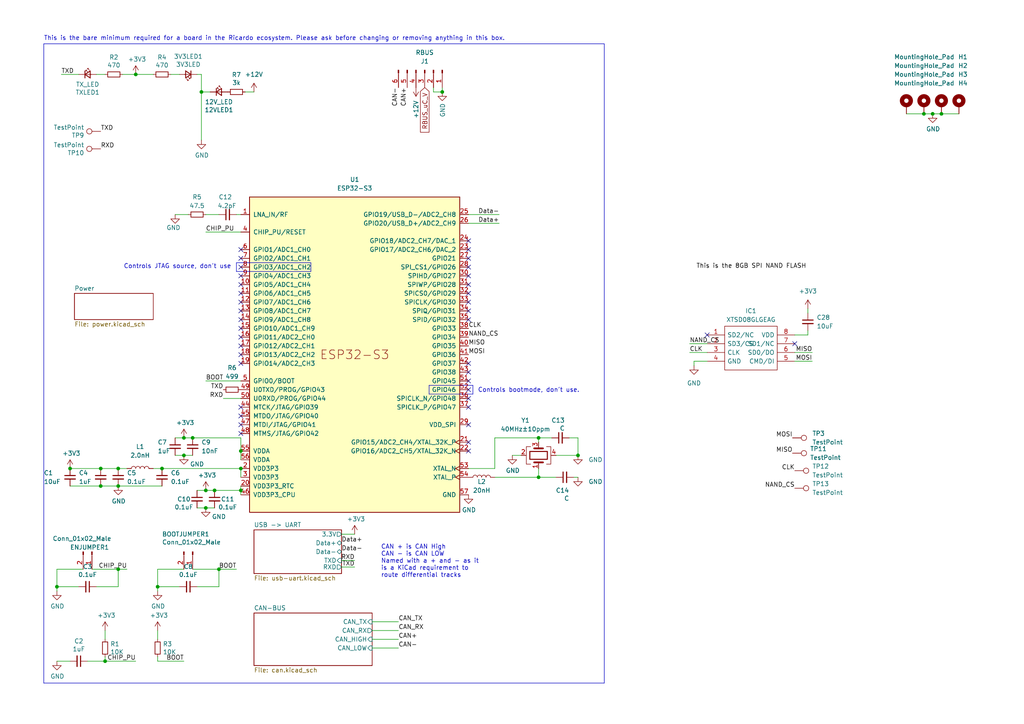
<source format=kicad_sch>
(kicad_sch (version 20230121) (generator eeschema)

  (uuid 7db990e4-92e1-4f99-b4d2-435bbec1ba83)

  (paper "A4")

  (lib_symbols
    (symbol "Connector:Conn_01x02_Male" (pin_names (offset 1.016) hide) (in_bom yes) (on_board yes)
      (property "Reference" "J" (at 0 2.54 0)
        (effects (font (size 1.27 1.27)))
      )
      (property "Value" "Conn_01x02_Male" (at 0 -5.08 0)
        (effects (font (size 1.27 1.27)))
      )
      (property "Footprint" "" (at 0 0 0)
        (effects (font (size 1.27 1.27)) hide)
      )
      (property "Datasheet" "~" (at 0 0 0)
        (effects (font (size 1.27 1.27)) hide)
      )
      (property "ki_keywords" "connector" (at 0 0 0)
        (effects (font (size 1.27 1.27)) hide)
      )
      (property "ki_description" "Generic connector, single row, 01x02, script generated (kicad-library-utils/schlib/autogen/connector/)" (at 0 0 0)
        (effects (font (size 1.27 1.27)) hide)
      )
      (property "ki_fp_filters" "Connector*:*_1x??_*" (at 0 0 0)
        (effects (font (size 1.27 1.27)) hide)
      )
      (symbol "Conn_01x02_Male_1_1"
        (polyline
          (pts
            (xy 1.27 -2.54)
            (xy 0.8636 -2.54)
          )
          (stroke (width 0.1524) (type default))
          (fill (type none))
        )
        (polyline
          (pts
            (xy 1.27 0)
            (xy 0.8636 0)
          )
          (stroke (width 0.1524) (type default))
          (fill (type none))
        )
        (rectangle (start 0.8636 -2.413) (end 0 -2.667)
          (stroke (width 0.1524) (type default))
          (fill (type outline))
        )
        (rectangle (start 0.8636 0.127) (end 0 -0.127)
          (stroke (width 0.1524) (type default))
          (fill (type outline))
        )
        (pin passive line (at 5.08 0 180) (length 3.81)
          (name "Pin_1" (effects (font (size 1.27 1.27))))
          (number "1" (effects (font (size 1.27 1.27))))
        )
        (pin passive line (at 5.08 -2.54 180) (length 3.81)
          (name "Pin_2" (effects (font (size 1.27 1.27))))
          (number "2" (effects (font (size 1.27 1.27))))
        )
      )
    )
    (symbol "Connector:Conn_01x06_Male" (pin_names (offset 1.016) hide) (in_bom yes) (on_board yes)
      (property "Reference" "J" (at 0 7.62 0)
        (effects (font (size 1.27 1.27)))
      )
      (property "Value" "Conn_01x06_Male" (at 0 -10.16 0)
        (effects (font (size 1.27 1.27)))
      )
      (property "Footprint" "" (at 0 0 0)
        (effects (font (size 1.27 1.27)) hide)
      )
      (property "Datasheet" "~" (at 0 0 0)
        (effects (font (size 1.27 1.27)) hide)
      )
      (property "ki_keywords" "connector" (at 0 0 0)
        (effects (font (size 1.27 1.27)) hide)
      )
      (property "ki_description" "Generic connector, single row, 01x06, script generated (kicad-library-utils/schlib/autogen/connector/)" (at 0 0 0)
        (effects (font (size 1.27 1.27)) hide)
      )
      (property "ki_fp_filters" "Connector*:*_1x??_*" (at 0 0 0)
        (effects (font (size 1.27 1.27)) hide)
      )
      (symbol "Conn_01x06_Male_1_1"
        (polyline
          (pts
            (xy 1.27 -7.62)
            (xy 0.8636 -7.62)
          )
          (stroke (width 0.1524) (type default))
          (fill (type none))
        )
        (polyline
          (pts
            (xy 1.27 -5.08)
            (xy 0.8636 -5.08)
          )
          (stroke (width 0.1524) (type default))
          (fill (type none))
        )
        (polyline
          (pts
            (xy 1.27 -2.54)
            (xy 0.8636 -2.54)
          )
          (stroke (width 0.1524) (type default))
          (fill (type none))
        )
        (polyline
          (pts
            (xy 1.27 0)
            (xy 0.8636 0)
          )
          (stroke (width 0.1524) (type default))
          (fill (type none))
        )
        (polyline
          (pts
            (xy 1.27 2.54)
            (xy 0.8636 2.54)
          )
          (stroke (width 0.1524) (type default))
          (fill (type none))
        )
        (polyline
          (pts
            (xy 1.27 5.08)
            (xy 0.8636 5.08)
          )
          (stroke (width 0.1524) (type default))
          (fill (type none))
        )
        (rectangle (start 0.8636 -7.493) (end 0 -7.747)
          (stroke (width 0.1524) (type default))
          (fill (type outline))
        )
        (rectangle (start 0.8636 -4.953) (end 0 -5.207)
          (stroke (width 0.1524) (type default))
          (fill (type outline))
        )
        (rectangle (start 0.8636 -2.413) (end 0 -2.667)
          (stroke (width 0.1524) (type default))
          (fill (type outline))
        )
        (rectangle (start 0.8636 0.127) (end 0 -0.127)
          (stroke (width 0.1524) (type default))
          (fill (type outline))
        )
        (rectangle (start 0.8636 2.667) (end 0 2.413)
          (stroke (width 0.1524) (type default))
          (fill (type outline))
        )
        (rectangle (start 0.8636 5.207) (end 0 4.953)
          (stroke (width 0.1524) (type default))
          (fill (type outline))
        )
        (pin passive line (at 5.08 5.08 180) (length 3.81)
          (name "Pin_1" (effects (font (size 1.27 1.27))))
          (number "1" (effects (font (size 1.27 1.27))))
        )
        (pin passive line (at 5.08 2.54 180) (length 3.81)
          (name "Pin_2" (effects (font (size 1.27 1.27))))
          (number "2" (effects (font (size 1.27 1.27))))
        )
        (pin passive line (at 5.08 0 180) (length 3.81)
          (name "Pin_3" (effects (font (size 1.27 1.27))))
          (number "3" (effects (font (size 1.27 1.27))))
        )
        (pin passive line (at 5.08 -2.54 180) (length 3.81)
          (name "Pin_4" (effects (font (size 1.27 1.27))))
          (number "4" (effects (font (size 1.27 1.27))))
        )
        (pin passive line (at 5.08 -5.08 180) (length 3.81)
          (name "Pin_5" (effects (font (size 1.27 1.27))))
          (number "5" (effects (font (size 1.27 1.27))))
        )
        (pin passive line (at 5.08 -7.62 180) (length 3.81)
          (name "Pin_6" (effects (font (size 1.27 1.27))))
          (number "6" (effects (font (size 1.27 1.27))))
        )
      )
    )
    (symbol "Connector:TestPoint" (pin_numbers hide) (pin_names (offset 0.762) hide) (in_bom yes) (on_board yes)
      (property "Reference" "TP" (at 0 6.858 0)
        (effects (font (size 1.27 1.27)))
      )
      (property "Value" "TestPoint" (at 0 5.08 0)
        (effects (font (size 1.27 1.27)))
      )
      (property "Footprint" "" (at 5.08 0 0)
        (effects (font (size 1.27 1.27)) hide)
      )
      (property "Datasheet" "~" (at 5.08 0 0)
        (effects (font (size 1.27 1.27)) hide)
      )
      (property "ki_keywords" "test point tp" (at 0 0 0)
        (effects (font (size 1.27 1.27)) hide)
      )
      (property "ki_description" "test point" (at 0 0 0)
        (effects (font (size 1.27 1.27)) hide)
      )
      (property "ki_fp_filters" "Pin* Test*" (at 0 0 0)
        (effects (font (size 1.27 1.27)) hide)
      )
      (symbol "TestPoint_0_1"
        (circle (center 0 3.302) (radius 0.762)
          (stroke (width 0) (type default))
          (fill (type none))
        )
      )
      (symbol "TestPoint_1_1"
        (pin passive line (at 0 0 90) (length 2.54)
          (name "1" (effects (font (size 1.27 1.27))))
          (number "1" (effects (font (size 1.27 1.27))))
        )
      )
    )
    (symbol "Device:C_Small" (pin_numbers hide) (pin_names (offset 0.254) hide) (in_bom yes) (on_board yes)
      (property "Reference" "C" (at 0.254 1.778 0)
        (effects (font (size 1.27 1.27)) (justify left))
      )
      (property "Value" "C_Small" (at 0.254 -2.032 0)
        (effects (font (size 1.27 1.27)) (justify left))
      )
      (property "Footprint" "" (at 0 0 0)
        (effects (font (size 1.27 1.27)) hide)
      )
      (property "Datasheet" "~" (at 0 0 0)
        (effects (font (size 1.27 1.27)) hide)
      )
      (property "ki_keywords" "capacitor cap" (at 0 0 0)
        (effects (font (size 1.27 1.27)) hide)
      )
      (property "ki_description" "Unpolarized capacitor, small symbol" (at 0 0 0)
        (effects (font (size 1.27 1.27)) hide)
      )
      (property "ki_fp_filters" "C_*" (at 0 0 0)
        (effects (font (size 1.27 1.27)) hide)
      )
      (symbol "C_Small_0_1"
        (polyline
          (pts
            (xy -1.524 -0.508)
            (xy 1.524 -0.508)
          )
          (stroke (width 0.3302) (type default))
          (fill (type none))
        )
        (polyline
          (pts
            (xy -1.524 0.508)
            (xy 1.524 0.508)
          )
          (stroke (width 0.3048) (type default))
          (fill (type none))
        )
      )
      (symbol "C_Small_1_1"
        (pin passive line (at 0 2.54 270) (length 2.032)
          (name "~" (effects (font (size 1.27 1.27))))
          (number "1" (effects (font (size 1.27 1.27))))
        )
        (pin passive line (at 0 -2.54 90) (length 2.032)
          (name "~" (effects (font (size 1.27 1.27))))
          (number "2" (effects (font (size 1.27 1.27))))
        )
      )
    )
    (symbol "Device:Crystal_GND24" (pin_names (offset 1.016) hide) (in_bom yes) (on_board yes)
      (property "Reference" "Y" (at 3.175 5.08 0)
        (effects (font (size 1.27 1.27)) (justify left))
      )
      (property "Value" "Crystal_GND24" (at 3.175 3.175 0)
        (effects (font (size 1.27 1.27)) (justify left))
      )
      (property "Footprint" "" (at 0 0 0)
        (effects (font (size 1.27 1.27)) hide)
      )
      (property "Datasheet" "~" (at 0 0 0)
        (effects (font (size 1.27 1.27)) hide)
      )
      (property "ki_keywords" "quartz ceramic resonator oscillator" (at 0 0 0)
        (effects (font (size 1.27 1.27)) hide)
      )
      (property "ki_description" "Four pin crystal, GND on pins 2 and 4" (at 0 0 0)
        (effects (font (size 1.27 1.27)) hide)
      )
      (property "ki_fp_filters" "Crystal*" (at 0 0 0)
        (effects (font (size 1.27 1.27)) hide)
      )
      (symbol "Crystal_GND24_0_1"
        (rectangle (start -1.143 2.54) (end 1.143 -2.54)
          (stroke (width 0.3048) (type default))
          (fill (type none))
        )
        (polyline
          (pts
            (xy -2.54 0)
            (xy -2.032 0)
          )
          (stroke (width 0) (type default))
          (fill (type none))
        )
        (polyline
          (pts
            (xy -2.032 -1.27)
            (xy -2.032 1.27)
          )
          (stroke (width 0.508) (type default))
          (fill (type none))
        )
        (polyline
          (pts
            (xy 0 -3.81)
            (xy 0 -3.556)
          )
          (stroke (width 0) (type default))
          (fill (type none))
        )
        (polyline
          (pts
            (xy 0 3.556)
            (xy 0 3.81)
          )
          (stroke (width 0) (type default))
          (fill (type none))
        )
        (polyline
          (pts
            (xy 2.032 -1.27)
            (xy 2.032 1.27)
          )
          (stroke (width 0.508) (type default))
          (fill (type none))
        )
        (polyline
          (pts
            (xy 2.032 0)
            (xy 2.54 0)
          )
          (stroke (width 0) (type default))
          (fill (type none))
        )
        (polyline
          (pts
            (xy -2.54 -2.286)
            (xy -2.54 -3.556)
            (xy 2.54 -3.556)
            (xy 2.54 -2.286)
          )
          (stroke (width 0) (type default))
          (fill (type none))
        )
        (polyline
          (pts
            (xy -2.54 2.286)
            (xy -2.54 3.556)
            (xy 2.54 3.556)
            (xy 2.54 2.286)
          )
          (stroke (width 0) (type default))
          (fill (type none))
        )
      )
      (symbol "Crystal_GND24_1_1"
        (pin passive line (at -3.81 0 0) (length 1.27)
          (name "1" (effects (font (size 1.27 1.27))))
          (number "1" (effects (font (size 1.27 1.27))))
        )
        (pin passive line (at 0 5.08 270) (length 1.27)
          (name "2" (effects (font (size 1.27 1.27))))
          (number "2" (effects (font (size 1.27 1.27))))
        )
        (pin passive line (at 3.81 0 180) (length 1.27)
          (name "3" (effects (font (size 1.27 1.27))))
          (number "3" (effects (font (size 1.27 1.27))))
        )
        (pin passive line (at 0 -5.08 90) (length 1.27)
          (name "4" (effects (font (size 1.27 1.27))))
          (number "4" (effects (font (size 1.27 1.27))))
        )
      )
    )
    (symbol "Device:L" (pin_numbers hide) (pin_names (offset 1.016) hide) (in_bom yes) (on_board yes)
      (property "Reference" "L" (at -1.27 0 90)
        (effects (font (size 1.27 1.27)))
      )
      (property "Value" "L" (at 1.905 0 90)
        (effects (font (size 1.27 1.27)))
      )
      (property "Footprint" "" (at 0 0 0)
        (effects (font (size 1.27 1.27)) hide)
      )
      (property "Datasheet" "~" (at 0 0 0)
        (effects (font (size 1.27 1.27)) hide)
      )
      (property "ki_keywords" "inductor choke coil reactor magnetic" (at 0 0 0)
        (effects (font (size 1.27 1.27)) hide)
      )
      (property "ki_description" "Inductor" (at 0 0 0)
        (effects (font (size 1.27 1.27)) hide)
      )
      (property "ki_fp_filters" "Choke_* *Coil* Inductor_* L_*" (at 0 0 0)
        (effects (font (size 1.27 1.27)) hide)
      )
      (symbol "L_0_1"
        (arc (start 0 -2.54) (mid 0.6323 -1.905) (end 0 -1.27)
          (stroke (width 0) (type default))
          (fill (type none))
        )
        (arc (start 0 -1.27) (mid 0.6323 -0.635) (end 0 0)
          (stroke (width 0) (type default))
          (fill (type none))
        )
        (arc (start 0 0) (mid 0.6323 0.635) (end 0 1.27)
          (stroke (width 0) (type default))
          (fill (type none))
        )
        (arc (start 0 1.27) (mid 0.6323 1.905) (end 0 2.54)
          (stroke (width 0) (type default))
          (fill (type none))
        )
      )
      (symbol "L_1_1"
        (pin passive line (at 0 3.81 270) (length 1.27)
          (name "1" (effects (font (size 1.27 1.27))))
          (number "1" (effects (font (size 1.27 1.27))))
        )
        (pin passive line (at 0 -3.81 90) (length 1.27)
          (name "2" (effects (font (size 1.27 1.27))))
          (number "2" (effects (font (size 1.27 1.27))))
        )
      )
    )
    (symbol "Device:LED_Small" (pin_numbers hide) (pin_names (offset 0.254) hide) (in_bom yes) (on_board yes)
      (property "Reference" "D" (at -1.27 3.175 0)
        (effects (font (size 1.27 1.27)) (justify left))
      )
      (property "Value" "LED_Small" (at -4.445 -2.54 0)
        (effects (font (size 1.27 1.27)) (justify left))
      )
      (property "Footprint" "" (at 0 0 90)
        (effects (font (size 1.27 1.27)) hide)
      )
      (property "Datasheet" "~" (at 0 0 90)
        (effects (font (size 1.27 1.27)) hide)
      )
      (property "ki_keywords" "LED diode light-emitting-diode" (at 0 0 0)
        (effects (font (size 1.27 1.27)) hide)
      )
      (property "ki_description" "Light emitting diode, small symbol" (at 0 0 0)
        (effects (font (size 1.27 1.27)) hide)
      )
      (property "ki_fp_filters" "LED* LED_SMD:* LED_THT:*" (at 0 0 0)
        (effects (font (size 1.27 1.27)) hide)
      )
      (symbol "LED_Small_0_1"
        (polyline
          (pts
            (xy -0.762 -1.016)
            (xy -0.762 1.016)
          )
          (stroke (width 0.254) (type default))
          (fill (type none))
        )
        (polyline
          (pts
            (xy 1.016 0)
            (xy -0.762 0)
          )
          (stroke (width 0) (type default))
          (fill (type none))
        )
        (polyline
          (pts
            (xy 0.762 -1.016)
            (xy -0.762 0)
            (xy 0.762 1.016)
            (xy 0.762 -1.016)
          )
          (stroke (width 0.254) (type default))
          (fill (type none))
        )
        (polyline
          (pts
            (xy 0 0.762)
            (xy -0.508 1.27)
            (xy -0.254 1.27)
            (xy -0.508 1.27)
            (xy -0.508 1.016)
          )
          (stroke (width 0) (type default))
          (fill (type none))
        )
        (polyline
          (pts
            (xy 0.508 1.27)
            (xy 0 1.778)
            (xy 0.254 1.778)
            (xy 0 1.778)
            (xy 0 1.524)
          )
          (stroke (width 0) (type default))
          (fill (type none))
        )
      )
      (symbol "LED_Small_1_1"
        (pin passive line (at -2.54 0 0) (length 1.778)
          (name "K" (effects (font (size 1.27 1.27))))
          (number "1" (effects (font (size 1.27 1.27))))
        )
        (pin passive line (at 2.54 0 180) (length 1.778)
          (name "A" (effects (font (size 1.27 1.27))))
          (number "2" (effects (font (size 1.27 1.27))))
        )
      )
    )
    (symbol "Device:R_Small" (pin_numbers hide) (pin_names (offset 0.254) hide) (in_bom yes) (on_board yes)
      (property "Reference" "R" (at 0.762 0.508 0)
        (effects (font (size 1.27 1.27)) (justify left))
      )
      (property "Value" "R_Small" (at 0.762 -1.016 0)
        (effects (font (size 1.27 1.27)) (justify left))
      )
      (property "Footprint" "" (at 0 0 0)
        (effects (font (size 1.27 1.27)) hide)
      )
      (property "Datasheet" "~" (at 0 0 0)
        (effects (font (size 1.27 1.27)) hide)
      )
      (property "ki_keywords" "R resistor" (at 0 0 0)
        (effects (font (size 1.27 1.27)) hide)
      )
      (property "ki_description" "Resistor, small symbol" (at 0 0 0)
        (effects (font (size 1.27 1.27)) hide)
      )
      (property "ki_fp_filters" "R_*" (at 0 0 0)
        (effects (font (size 1.27 1.27)) hide)
      )
      (symbol "R_Small_0_1"
        (rectangle (start -0.762 1.778) (end 0.762 -1.778)
          (stroke (width 0.2032) (type default))
          (fill (type none))
        )
      )
      (symbol "R_Small_1_1"
        (pin passive line (at 0 2.54 270) (length 0.762)
          (name "~" (effects (font (size 1.27 1.27))))
          (number "1" (effects (font (size 1.27 1.27))))
        )
        (pin passive line (at 0 -2.54 90) (length 0.762)
          (name "~" (effects (font (size 1.27 1.27))))
          (number "2" (effects (font (size 1.27 1.27))))
        )
      )
    )
    (symbol "Espressif:ESP32-S3" (pin_names (offset 1.016)) (in_bom yes) (on_board yes)
      (property "Reference" "U" (at 0 48.26 0)
        (effects (font (size 1.27 1.27)))
      )
      (property "Value" "ESP32-S3" (at 0 -48.26 0)
        (effects (font (size 1.27 1.27)))
      )
      (property "Footprint" "Package_DFN_QFN:QFN-56-1EP_7x7mm_P0.4mm_EP5.6x5.6mm" (at 0 -50.8 0)
        (effects (font (size 1.27 1.27)) hide)
      )
      (property "Datasheet" "https://www.espressif.com/sites/default/files/documentation/esp32-s3_datasheet_en.pdf" (at 0 -53.34 0)
        (effects (font (size 1.27 1.27)) hide)
      )
      (property "ki_description" "ESP32-S3 is a low-power MCU-based system-on-chip (SoC) that supports 2.4 GHz Wi-Fi and Bluetooth® Low Energy (Bluetooth LE). It consists of high-performance dual-core microprocessor (Xtensa® 32-bit LX7), a low power coprocessor, a Wi-Fi baseband, a Bluetooth LE baseband, RF module, and peripherals." (at 0 0 0)
        (effects (font (size 1.27 1.27)) hide)
      )
      (symbol "ESP32-S3_0_0"
        (text "ESP32-S3" (at 0 0 0)
          (effects (font (size 2.54 2.54)))
        )
        (pin bidirectional line (at 33.02 -12.7 180) (length 2.54)
          (name "SPICLK_N/GPIO48" (effects (font (size 1.27 1.27))))
          (number "36" (effects (font (size 1.27 1.27))))
        )
        (pin bidirectional line (at 33.02 -15.24 180) (length 2.54)
          (name "SPICLK_P/GPIO47" (effects (font (size 1.27 1.27))))
          (number "37" (effects (font (size 1.27 1.27))))
        )
      )
      (symbol "ESP32-S3_0_1"
        (rectangle (start -30.48 45.72) (end 30.48 -45.72)
          (stroke (width 0.254) (type default))
          (fill (type background))
        )
      )
      (symbol "ESP32-S3_1_1"
        (pin bidirectional line (at -33.02 40.64 0) (length 2.54)
          (name "LNA_IN/RF" (effects (font (size 1.27 1.27))))
          (number "1" (effects (font (size 1.27 1.27))))
        )
        (pin bidirectional line (at -33.02 20.32 0) (length 2.54)
          (name "GPIO5/ADC1_CH4" (effects (font (size 1.27 1.27))))
          (number "10" (effects (font (size 1.27 1.27))))
        )
        (pin bidirectional line (at -33.02 17.78 0) (length 2.54)
          (name "GPIO6/ADC1_CH5" (effects (font (size 1.27 1.27))))
          (number "11" (effects (font (size 1.27 1.27))))
        )
        (pin bidirectional line (at -33.02 15.24 0) (length 2.54)
          (name "GPIO7/ADC1_CH6" (effects (font (size 1.27 1.27))))
          (number "12" (effects (font (size 1.27 1.27))))
        )
        (pin bidirectional line (at -33.02 12.7 0) (length 2.54)
          (name "GPIO8/ADC1_CH7" (effects (font (size 1.27 1.27))))
          (number "13" (effects (font (size 1.27 1.27))))
        )
        (pin bidirectional line (at -33.02 10.16 0) (length 2.54)
          (name "GPIO9/ADC1_CH8" (effects (font (size 1.27 1.27))))
          (number "14" (effects (font (size 1.27 1.27))))
        )
        (pin bidirectional line (at -33.02 7.62 0) (length 2.54)
          (name "GPIO10/ADC1_CH9" (effects (font (size 1.27 1.27))))
          (number "15" (effects (font (size 1.27 1.27))))
        )
        (pin bidirectional line (at -33.02 5.08 0) (length 2.54)
          (name "GPIO11/ADC2_CH0" (effects (font (size 1.27 1.27))))
          (number "16" (effects (font (size 1.27 1.27))))
        )
        (pin bidirectional line (at -33.02 2.54 0) (length 2.54)
          (name "GPIO12/ADC2_CH1" (effects (font (size 1.27 1.27))))
          (number "17" (effects (font (size 1.27 1.27))))
        )
        (pin bidirectional line (at -33.02 0 0) (length 2.54)
          (name "GPIO13/ADC2_CH2" (effects (font (size 1.27 1.27))))
          (number "18" (effects (font (size 1.27 1.27))))
        )
        (pin bidirectional line (at -33.02 -2.54 0) (length 2.54)
          (name "GPIO14/ADC2_CH3" (effects (font (size 1.27 1.27))))
          (number "19" (effects (font (size 1.27 1.27))))
        )
        (pin power_in line (at -33.02 -33.02 0) (length 2.54)
          (name "VDD3P3" (effects (font (size 1.27 1.27))))
          (number "2" (effects (font (size 1.27 1.27))))
        )
        (pin power_in line (at -33.02 -38.1 0) (length 2.54)
          (name "VDD3P3_RTC" (effects (font (size 1.27 1.27))))
          (number "20" (effects (font (size 1.27 1.27))))
        )
        (pin input clock (at 33.02 -25.4 180) (length 2.54)
          (name "GPIO15/ADC2_CH4/XTAL_32K_P" (effects (font (size 1.27 1.27))))
          (number "21" (effects (font (size 1.27 1.27))))
        )
        (pin output clock (at 33.02 -27.94 180) (length 2.54)
          (name "GPIO16/ADC2_CH5/XTAL_32K_N" (effects (font (size 1.27 1.27))))
          (number "22" (effects (font (size 1.27 1.27))))
        )
        (pin bidirectional line (at 33.02 30.48 180) (length 2.54)
          (name "GPIO17/ADC2_CH6/DAC_2" (effects (font (size 1.27 1.27))))
          (number "23" (effects (font (size 1.27 1.27))))
        )
        (pin bidirectional line (at 33.02 33.02 180) (length 2.54)
          (name "GPIO18/ADC2_CH7/DAC_1" (effects (font (size 1.27 1.27))))
          (number "24" (effects (font (size 1.27 1.27))))
        )
        (pin bidirectional line (at 33.02 40.64 180) (length 2.54)
          (name "GPIO19/USB_D-/ADC2_CH8" (effects (font (size 1.27 1.27))))
          (number "25" (effects (font (size 1.27 1.27))))
        )
        (pin bidirectional line (at 33.02 38.1 180) (length 2.54)
          (name "GPIO20/USB_D+/ADC2_CH9" (effects (font (size 1.27 1.27))))
          (number "26" (effects (font (size 1.27 1.27))))
        )
        (pin bidirectional line (at 33.02 27.94 180) (length 2.54)
          (name "GPIO21" (effects (font (size 1.27 1.27))))
          (number "27" (effects (font (size 1.27 1.27))))
        )
        (pin bidirectional line (at 33.02 25.4 180) (length 2.54)
          (name "SPI_CS1/GPIO26" (effects (font (size 1.27 1.27))))
          (number "28" (effects (font (size 1.27 1.27))))
        )
        (pin power_out line (at 33.02 -20.32 180) (length 2.54)
          (name "VDD_SPI" (effects (font (size 1.27 1.27))))
          (number "29" (effects (font (size 1.27 1.27))))
        )
        (pin power_in line (at -33.02 -35.56 0) (length 2.54)
          (name "VDD3P3" (effects (font (size 1.27 1.27))))
          (number "3" (effects (font (size 1.27 1.27))))
        )
        (pin bidirectional line (at 33.02 22.86 180) (length 2.54)
          (name "SPIHD/GPIO27" (effects (font (size 1.27 1.27))))
          (number "30" (effects (font (size 1.27 1.27))))
        )
        (pin bidirectional line (at 33.02 20.32 180) (length 2.54)
          (name "SPIWP/GPIO28" (effects (font (size 1.27 1.27))))
          (number "31" (effects (font (size 1.27 1.27))))
        )
        (pin bidirectional line (at 33.02 17.78 180) (length 2.54)
          (name "SPICS0/GPIO29" (effects (font (size 1.27 1.27))))
          (number "32" (effects (font (size 1.27 1.27))))
        )
        (pin bidirectional line (at 33.02 15.24 180) (length 2.54)
          (name "SPICLK/GPIO30" (effects (font (size 1.27 1.27))))
          (number "33" (effects (font (size 1.27 1.27))))
        )
        (pin bidirectional line (at 33.02 12.7 180) (length 2.54)
          (name "SPIQ/GPIO31" (effects (font (size 1.27 1.27))))
          (number "34" (effects (font (size 1.27 1.27))))
        )
        (pin bidirectional line (at 33.02 10.16 180) (length 2.54)
          (name "SPID/GPIO32" (effects (font (size 1.27 1.27))))
          (number "35" (effects (font (size 1.27 1.27))))
        )
        (pin bidirectional line (at 33.02 7.62 180) (length 2.54)
          (name "GPIO33" (effects (font (size 1.27 1.27))))
          (number "38" (effects (font (size 1.27 1.27))))
        )
        (pin bidirectional line (at 33.02 5.08 180) (length 2.54)
          (name "GPIO34" (effects (font (size 1.27 1.27))))
          (number "39" (effects (font (size 1.27 1.27))))
        )
        (pin input line (at -33.02 35.56 0) (length 2.54)
          (name "CHIP_PU/RESET" (effects (font (size 1.27 1.27))))
          (number "4" (effects (font (size 1.27 1.27))))
        )
        (pin bidirectional line (at 33.02 2.54 180) (length 2.54)
          (name "GPIO35" (effects (font (size 1.27 1.27))))
          (number "40" (effects (font (size 1.27 1.27))))
        )
        (pin bidirectional line (at 33.02 0 180) (length 2.54)
          (name "GPIO36" (effects (font (size 1.27 1.27))))
          (number "41" (effects (font (size 1.27 1.27))))
        )
        (pin bidirectional line (at 33.02 -2.54 180) (length 2.54)
          (name "GPIO37" (effects (font (size 1.27 1.27))))
          (number "42" (effects (font (size 1.27 1.27))))
        )
        (pin bidirectional line (at 33.02 -5.08 180) (length 2.54)
          (name "GPIO38" (effects (font (size 1.27 1.27))))
          (number "43" (effects (font (size 1.27 1.27))))
        )
        (pin bidirectional line (at -33.02 -15.24 0) (length 2.54)
          (name "MTCK/JTAG/GPIO39" (effects (font (size 1.27 1.27))))
          (number "44" (effects (font (size 1.27 1.27))))
        )
        (pin bidirectional line (at -33.02 -17.78 0) (length 2.54)
          (name "MTDO/JTAG/GPIO40" (effects (font (size 1.27 1.27))))
          (number "45" (effects (font (size 1.27 1.27))))
        )
        (pin power_in line (at -33.02 -40.64 0) (length 2.54)
          (name "VDD3P3_CPU" (effects (font (size 1.27 1.27))))
          (number "46" (effects (font (size 1.27 1.27))))
        )
        (pin bidirectional line (at -33.02 -20.32 0) (length 2.54)
          (name "MTDI/JTAG/GPIO41" (effects (font (size 1.27 1.27))))
          (number "47" (effects (font (size 1.27 1.27))))
        )
        (pin bidirectional line (at -33.02 -22.86 0) (length 2.54)
          (name "MTMS/JTAG/GPIO42" (effects (font (size 1.27 1.27))))
          (number "48" (effects (font (size 1.27 1.27))))
        )
        (pin bidirectional line (at -33.02 -10.16 0) (length 2.54)
          (name "U0TXD/PROG/GPIO43" (effects (font (size 1.27 1.27))))
          (number "49" (effects (font (size 1.27 1.27))))
        )
        (pin bidirectional line (at -33.02 -7.62 0) (length 2.54)
          (name "GPIO0/BOOT" (effects (font (size 1.27 1.27))))
          (number "5" (effects (font (size 1.27 1.27))))
        )
        (pin bidirectional line (at -33.02 -12.7 0) (length 2.54)
          (name "U0RXD/PROG/GPIO44" (effects (font (size 1.27 1.27))))
          (number "50" (effects (font (size 1.27 1.27))))
        )
        (pin bidirectional line (at 33.02 -7.62 180) (length 2.54)
          (name "GPIO45" (effects (font (size 1.27 1.27))))
          (number "51" (effects (font (size 1.27 1.27))))
        )
        (pin bidirectional line (at 33.02 -10.16 180) (length 2.54)
          (name "GPIO46" (effects (font (size 1.27 1.27))))
          (number "52" (effects (font (size 1.27 1.27))))
        )
        (pin input clock (at 33.02 -33.02 180) (length 2.54)
          (name "XTAL_N" (effects (font (size 1.27 1.27))))
          (number "53" (effects (font (size 1.27 1.27))))
        )
        (pin output clock (at 33.02 -35.56 180) (length 2.54)
          (name "XTAL_P" (effects (font (size 1.27 1.27))))
          (number "54" (effects (font (size 1.27 1.27))))
        )
        (pin power_in line (at -33.02 -27.94 0) (length 2.54)
          (name "VDDA" (effects (font (size 1.27 1.27))))
          (number "55" (effects (font (size 1.27 1.27))))
        )
        (pin power_in line (at -33.02 -30.48 0) (length 2.54)
          (name "VDDA" (effects (font (size 1.27 1.27))))
          (number "56" (effects (font (size 1.27 1.27))))
        )
        (pin power_in line (at 33.02 -40.64 180) (length 2.54)
          (name "GND" (effects (font (size 1.27 1.27))))
          (number "57" (effects (font (size 1.27 1.27))))
        )
        (pin bidirectional line (at -33.02 30.48 0) (length 2.54)
          (name "GPIO1/ADC1_CH0" (effects (font (size 1.27 1.27))))
          (number "6" (effects (font (size 1.27 1.27))))
        )
        (pin bidirectional line (at -33.02 27.94 0) (length 2.54)
          (name "GPIO2/ADC1_CH1" (effects (font (size 1.27 1.27))))
          (number "7" (effects (font (size 1.27 1.27))))
        )
        (pin bidirectional line (at -33.02 25.4 0) (length 2.54)
          (name "GPIO3/ADC1_CH2" (effects (font (size 1.27 1.27))))
          (number "8" (effects (font (size 1.27 1.27))))
        )
        (pin bidirectional line (at -33.02 22.86 0) (length 2.54)
          (name "GPIO4/ADC1_CH3" (effects (font (size 1.27 1.27))))
          (number "9" (effects (font (size 1.27 1.27))))
        )
      )
    )
    (symbol "Mechanical:MountingHole_Pad" (pin_numbers hide) (pin_names (offset 1.016) hide) (in_bom yes) (on_board yes)
      (property "Reference" "H" (at 0 6.35 0)
        (effects (font (size 1.27 1.27)))
      )
      (property "Value" "MountingHole_Pad" (at 0 4.445 0)
        (effects (font (size 1.27 1.27)))
      )
      (property "Footprint" "" (at 0 0 0)
        (effects (font (size 1.27 1.27)) hide)
      )
      (property "Datasheet" "~" (at 0 0 0)
        (effects (font (size 1.27 1.27)) hide)
      )
      (property "ki_keywords" "mounting hole" (at 0 0 0)
        (effects (font (size 1.27 1.27)) hide)
      )
      (property "ki_description" "Mounting Hole with connection" (at 0 0 0)
        (effects (font (size 1.27 1.27)) hide)
      )
      (property "ki_fp_filters" "MountingHole*Pad*" (at 0 0 0)
        (effects (font (size 1.27 1.27)) hide)
      )
      (symbol "MountingHole_Pad_0_1"
        (circle (center 0 1.27) (radius 1.27)
          (stroke (width 1.27) (type default))
          (fill (type none))
        )
      )
      (symbol "MountingHole_Pad_1_1"
        (pin input line (at 0 -2.54 90) (length 2.54)
          (name "1" (effects (font (size 1.27 1.27))))
          (number "1" (effects (font (size 1.27 1.27))))
        )
      )
    )
    (symbol "chest:XTSD08GLGEAG" (pin_names (offset 0.762)) (in_bom yes) (on_board yes)
      (property "Reference" "IC" (at 21.59 7.62 0)
        (effects (font (size 1.27 1.27)) (justify left))
      )
      (property "Value" "XTSD08GLGEAG" (at 21.59 5.08 0)
        (effects (font (size 1.27 1.27)) (justify left))
      )
      (property "Footprint" "SON127P800X600X95-8N" (at 21.59 2.54 0)
        (effects (font (size 1.27 1.27)) (justify left) hide)
      )
      (property "Datasheet" "https://datasheet.lcsc.com/szlcsc/2005251034_XTX-XTSD08GLGEAG_C558840.pdf" (at 21.59 0 0)
        (effects (font (size 1.27 1.27)) (justify left) hide)
      )
      (property "Description" "XTSD01G/XTSD02G/XTSD04G/XTSD08G SD NAND LGA8" (at 21.59 -2.54 0)
        (effects (font (size 1.27 1.27)) (justify left) hide)
      )
      (property "Height" "0.95" (at 21.59 -5.08 0)
        (effects (font (size 1.27 1.27)) (justify left) hide)
      )
      (property "Manufacturer_Name" "XTX" (at 21.59 -7.62 0)
        (effects (font (size 1.27 1.27)) (justify left) hide)
      )
      (property "Manufacturer_Part_Number" "XTSD08GLGEAG" (at 21.59 -10.16 0)
        (effects (font (size 1.27 1.27)) (justify left) hide)
      )
      (property "Mouser Part Number" "" (at 21.59 -12.7 0)
        (effects (font (size 1.27 1.27)) (justify left) hide)
      )
      (property "Mouser Price/Stock" "" (at 21.59 -15.24 0)
        (effects (font (size 1.27 1.27)) (justify left) hide)
      )
      (property "Arrow Part Number" "" (at 21.59 -17.78 0)
        (effects (font (size 1.27 1.27)) (justify left) hide)
      )
      (property "Arrow Price/Stock" "" (at 21.59 -20.32 0)
        (effects (font (size 1.27 1.27)) (justify left) hide)
      )
      (property "ki_description" "XTSD01G/XTSD02G/XTSD04G/XTSD08G SD NAND LGA8" (at 0 0 0)
        (effects (font (size 1.27 1.27)) hide)
      )
      (symbol "XTSD08GLGEAG_0_0"
        (pin bidirectional line (at 0 0 0) (length 5.08)
          (name "SD2/NC" (effects (font (size 1.27 1.27))))
          (number "1" (effects (font (size 1.27 1.27))))
        )
        (pin bidirectional line (at 0 -2.54 0) (length 5.08)
          (name "SD3/CS" (effects (font (size 1.27 1.27))))
          (number "2" (effects (font (size 1.27 1.27))))
        )
        (pin input line (at 0 -5.08 0) (length 5.08)
          (name "CLK" (effects (font (size 1.27 1.27))))
          (number "3" (effects (font (size 1.27 1.27))))
        )
        (pin power_out line (at 0 -7.62 0) (length 5.08)
          (name "GND" (effects (font (size 1.27 1.27))))
          (number "4" (effects (font (size 1.27 1.27))))
        )
        (pin input line (at 25.4 -7.62 180) (length 5.08)
          (name "CMD/DI" (effects (font (size 1.27 1.27))))
          (number "5" (effects (font (size 1.27 1.27))))
        )
        (pin output line (at 25.4 -5.08 180) (length 5.08)
          (name "SD0/DO" (effects (font (size 1.27 1.27))))
          (number "6" (effects (font (size 1.27 1.27))))
        )
        (pin bidirectional line (at 25.4 -2.54 180) (length 5.08)
          (name "SD1/NC" (effects (font (size 1.27 1.27))))
          (number "7" (effects (font (size 1.27 1.27))))
        )
        (pin power_in line (at 25.4 0 180) (length 5.08)
          (name "VDD" (effects (font (size 1.27 1.27))))
          (number "8" (effects (font (size 1.27 1.27))))
        )
      )
      (symbol "XTSD08GLGEAG_0_1"
        (polyline
          (pts
            (xy 5.08 2.54)
            (xy 20.32 2.54)
            (xy 20.32 -10.16)
            (xy 5.08 -10.16)
            (xy 5.08 2.54)
          )
          (stroke (width 0.1524) (type default))
          (fill (type none))
        )
      )
    )
    (symbol "power:+12V" (power) (pin_names (offset 0)) (in_bom yes) (on_board yes)
      (property "Reference" "#PWR" (at 0 -3.81 0)
        (effects (font (size 1.27 1.27)) hide)
      )
      (property "Value" "+12V" (at 0 3.556 0)
        (effects (font (size 1.27 1.27)))
      )
      (property "Footprint" "" (at 0 0 0)
        (effects (font (size 1.27 1.27)) hide)
      )
      (property "Datasheet" "" (at 0 0 0)
        (effects (font (size 1.27 1.27)) hide)
      )
      (property "ki_keywords" "power-flag" (at 0 0 0)
        (effects (font (size 1.27 1.27)) hide)
      )
      (property "ki_description" "Power symbol creates a global label with name \"+12V\"" (at 0 0 0)
        (effects (font (size 1.27 1.27)) hide)
      )
      (symbol "+12V_0_1"
        (polyline
          (pts
            (xy -0.762 1.27)
            (xy 0 2.54)
          )
          (stroke (width 0) (type default))
          (fill (type none))
        )
        (polyline
          (pts
            (xy 0 0)
            (xy 0 2.54)
          )
          (stroke (width 0) (type default))
          (fill (type none))
        )
        (polyline
          (pts
            (xy 0 2.54)
            (xy 0.762 1.27)
          )
          (stroke (width 0) (type default))
          (fill (type none))
        )
      )
      (symbol "+12V_1_1"
        (pin power_in line (at 0 0 90) (length 0) hide
          (name "+12V" (effects (font (size 1.27 1.27))))
          (number "1" (effects (font (size 1.27 1.27))))
        )
      )
    )
    (symbol "power:+3.3V" (power) (pin_names (offset 0)) (in_bom yes) (on_board yes)
      (property "Reference" "#PWR" (at 0 -3.81 0)
        (effects (font (size 1.27 1.27)) hide)
      )
      (property "Value" "+3.3V" (at 0 3.556 0)
        (effects (font (size 1.27 1.27)))
      )
      (property "Footprint" "" (at 0 0 0)
        (effects (font (size 1.27 1.27)) hide)
      )
      (property "Datasheet" "" (at 0 0 0)
        (effects (font (size 1.27 1.27)) hide)
      )
      (property "ki_keywords" "power-flag" (at 0 0 0)
        (effects (font (size 1.27 1.27)) hide)
      )
      (property "ki_description" "Power symbol creates a global label with name \"+3.3V\"" (at 0 0 0)
        (effects (font (size 1.27 1.27)) hide)
      )
      (symbol "+3.3V_0_1"
        (polyline
          (pts
            (xy -0.762 1.27)
            (xy 0 2.54)
          )
          (stroke (width 0) (type default))
          (fill (type none))
        )
        (polyline
          (pts
            (xy 0 0)
            (xy 0 2.54)
          )
          (stroke (width 0) (type default))
          (fill (type none))
        )
        (polyline
          (pts
            (xy 0 2.54)
            (xy 0.762 1.27)
          )
          (stroke (width 0) (type default))
          (fill (type none))
        )
      )
      (symbol "+3.3V_1_1"
        (pin power_in line (at 0 0 90) (length 0) hide
          (name "+3V3" (effects (font (size 1.27 1.27))))
          (number "1" (effects (font (size 1.27 1.27))))
        )
      )
    )
    (symbol "power:GND" (power) (pin_names (offset 0)) (in_bom yes) (on_board yes)
      (property "Reference" "#PWR" (at 0 -6.35 0)
        (effects (font (size 1.27 1.27)) hide)
      )
      (property "Value" "GND" (at 0 -3.81 0)
        (effects (font (size 1.27 1.27)))
      )
      (property "Footprint" "" (at 0 0 0)
        (effects (font (size 1.27 1.27)) hide)
      )
      (property "Datasheet" "" (at 0 0 0)
        (effects (font (size 1.27 1.27)) hide)
      )
      (property "ki_keywords" "power-flag" (at 0 0 0)
        (effects (font (size 1.27 1.27)) hide)
      )
      (property "ki_description" "Power symbol creates a global label with name \"GND\" , ground" (at 0 0 0)
        (effects (font (size 1.27 1.27)) hide)
      )
      (symbol "GND_0_1"
        (polyline
          (pts
            (xy 0 0)
            (xy 0 -1.27)
            (xy 1.27 -1.27)
            (xy 0 -2.54)
            (xy -1.27 -1.27)
            (xy 0 -1.27)
          )
          (stroke (width 0) (type default))
          (fill (type none))
        )
      )
      (symbol "GND_1_1"
        (pin power_in line (at 0 0 270) (length 0) hide
          (name "GND" (effects (font (size 1.27 1.27))))
          (number "1" (effects (font (size 1.27 1.27))))
        )
      )
    )
  )

  (junction (at 39.37 21.59) (diameter 0) (color 0 0 0 0)
    (uuid 02f8904b-a7b2-49dd-b392-764e7e29fb51)
  )
  (junction (at 59.69 142.24) (diameter 0) (color 0 0 0 0)
    (uuid 0753a347-97d9-4cb7-b81c-f57d156ee03d)
  )
  (junction (at 53.34 127) (diameter 0) (color 0 0 0 0)
    (uuid 259169cf-23d2-4d34-acfa-b35367d25621)
  )
  (junction (at 58.42 26.67) (diameter 0) (color 0 0 0 0)
    (uuid 28b01cd2-da3a-46ec-8825-b0f31a0b8987)
  )
  (junction (at 30.48 191.77) (diameter 0) (color 0 0 0 0)
    (uuid 35c09d1f-2914-4d1e-a002-df30af772f3b)
  )
  (junction (at 69.85 142.24) (diameter 0) (color 0 0 0 0)
    (uuid 69bccc29-7896-4bd5-847c-4b30488bfdf7)
  )
  (junction (at 55.88 127) (diameter 0) (color 0 0 0 0)
    (uuid 7080b686-704b-4224-87e0-0a66227e69e7)
  )
  (junction (at 63.5 165.1) (diameter 0) (color 0 0 0 0)
    (uuid 747f57e5-4698-4c6b-916d-232e6b1f645b)
  )
  (junction (at 59.69 147.32) (diameter 0) (color 0 0 0 0)
    (uuid 76b48920-113a-47db-a65d-49e9e75b755a)
  )
  (junction (at 62.23 142.24) (diameter 0) (color 0 0 0 0)
    (uuid 7847a7dc-83b6-40e8-ab83-35ec04184c6f)
  )
  (junction (at 34.29 135.89) (diameter 0) (color 0 0 0 0)
    (uuid 7a8ee3ce-88a3-49a2-aa53-ca000ddb33c8)
  )
  (junction (at 20.32 135.89) (diameter 0) (color 0 0 0 0)
    (uuid 88f17a64-5024-4f4b-8346-d8222bac5104)
  )
  (junction (at 45.72 170.18) (diameter 0) (color 0 0 0 0)
    (uuid 8ac400bf-c9b3-4af4-b0a7-9aa9ab4ad17e)
  )
  (junction (at 29.21 135.89) (diameter 0) (color 0 0 0 0)
    (uuid a6a6b792-84b0-4f4e-9e9d-847e9a94203c)
  )
  (junction (at 34.29 140.97) (diameter 0) (color 0 0 0 0)
    (uuid abc917ce-119d-4f43-8ab3-fb5d20f74b7e)
  )
  (junction (at 156.21 127) (diameter 0) (color 0 0 0 0)
    (uuid ae65856b-4a40-4cab-a5ff-5a35c8850e02)
  )
  (junction (at 273.05 33.02) (diameter 0) (color 0 0 0 0)
    (uuid b32183f9-e002-4a64-a1c2-255269c79027)
  )
  (junction (at 53.34 132.08) (diameter 0) (color 0 0 0 0)
    (uuid b7428965-44ff-4d1f-990c-3d61005cbad1)
  )
  (junction (at 156.21 138.43) (diameter 0) (color 0 0 0 0)
    (uuid b749e26e-88fc-47bb-b418-a32130eee6ec)
  )
  (junction (at 69.85 130.81) (diameter 0) (color 0 0 0 0)
    (uuid b81264dd-7182-41f5-960f-39b78460c520)
  )
  (junction (at 29.21 140.97) (diameter 0) (color 0 0 0 0)
    (uuid c86aaef9-56ce-427d-b18b-c7a9b78c893f)
  )
  (junction (at 16.51 170.18) (diameter 0) (color 0 0 0 0)
    (uuid cb083d38-4f11-4a80-8b19-ab751c405e4a)
  )
  (junction (at 270.51 33.02) (diameter 0) (color 0 0 0 0)
    (uuid de1d8b49-3cd8-4ee5-8113-50d6db3ea930)
  )
  (junction (at 267.97 33.02) (diameter 0) (color 0 0 0 0)
    (uuid de3cc7ee-e860-4f56-b4cf-41e7448f2241)
  )
  (junction (at 167.64 132.08) (diameter 0) (color 0 0 0 0)
    (uuid e379247a-7c51-4094-9a8c-3b8a6d5322fb)
  )
  (junction (at 46.99 135.89) (diameter 0) (color 0 0 0 0)
    (uuid edb60ccc-5ad5-4417-9f0a-4281bdc6260b)
  )
  (junction (at 128.27 26.67) (diameter 0) (color 0 0 0 0)
    (uuid eea79eca-5259-4bf1-94e4-b068a2ad63a0)
  )
  (junction (at 34.29 165.1) (diameter 0) (color 0 0 0 0)
    (uuid f0852334-0410-4a06-99ff-da7ea21a1167)
  )
  (junction (at 69.85 135.89) (diameter 0) (color 0 0 0 0)
    (uuid f130ddb0-0916-407d-9728-6ff1a5a57806)
  )

  (no_connect (at 69.85 125.73) (uuid 071cfdaf-d950-4c8b-a189-69a5afe3e386))
  (no_connect (at 135.89 128.27) (uuid 17ebcf2b-0863-40c4-b829-ab2351301122))
  (no_connect (at 69.85 85.09) (uuid 22010718-1c1d-485e-b912-722787952001))
  (no_connect (at 69.85 105.41) (uuid 309341a7-3e6f-4459-972c-f56d8d2692e6))
  (no_connect (at 205.105 97.155) (uuid 368e77d3-462f-42a8-9a53-803b35315dad))
  (no_connect (at 135.89 72.39) (uuid 401601ca-da5f-4e3f-bda9-a2d89cf0f290))
  (no_connect (at 135.89 80.01) (uuid 4de060a3-6a0c-4890-9f47-3b9679b9e34f))
  (no_connect (at 135.89 87.63) (uuid 4fd7b4dc-693c-4ba1-acc0-c83420d7b3a4))
  (no_connect (at 69.85 97.79) (uuid 5291b093-640a-4a17-890d-4a5d54f73766))
  (no_connect (at 135.89 90.17) (uuid 568208b9-5ad3-4c71-b139-02f83ed709db))
  (no_connect (at 135.89 110.49) (uuid 58a14501-2c54-4df6-b56b-f300cfbfaccf))
  (no_connect (at 69.85 120.65) (uuid 598a9f8e-7d1e-4805-96f8-645efc468984))
  (no_connect (at 69.85 80.01) (uuid 5c46decd-853f-4305-ad09-26204ec73da0))
  (no_connect (at 230.505 99.695) (uuid 7075d6b6-161b-4733-8ff5-3cbc726fe325))
  (no_connect (at 69.85 82.55) (uuid 72ada08a-9e9c-45d8-8aa9-0de9a6a6f270))
  (no_connect (at 69.85 123.19) (uuid 74ee06df-2156-4133-932e-6941d9decc03))
  (no_connect (at 69.85 102.87) (uuid 76d77447-f4b4-4fa6-bbef-b20b41991aef))
  (no_connect (at 135.89 92.71) (uuid 7a91b15c-e536-4601-866a-5da69c23c221))
  (no_connect (at 69.85 77.47) (uuid 86749bc6-b935-4c25-9994-054cf825bf11))
  (no_connect (at 69.85 72.39) (uuid 894017bd-4d27-4c8d-8a8b-16b49ce63e0c))
  (no_connect (at 135.89 69.85) (uuid 8d880dd6-2d5e-4655-ad5d-32d5060a64f5))
  (no_connect (at 135.89 107.95) (uuid 95fe9e8d-c59a-4654-9797-39b340269e83))
  (no_connect (at 69.85 87.63) (uuid acc28325-3b97-431a-836f-a349da95945d))
  (no_connect (at 135.89 77.47) (uuid af17335f-5f99-496b-aa1f-ad2a24932ee9))
  (no_connect (at 135.89 118.11) (uuid af6c6233-de1c-4777-865e-242166c92972))
  (no_connect (at 135.89 113.03) (uuid ba0e2a32-0319-4e19-bc9d-127797da9405))
  (no_connect (at 69.85 90.17) (uuid bd09d60e-7e5a-4813-9430-8fed1104a516))
  (no_connect (at 69.85 95.25) (uuid be258984-aabd-4837-b499-f424acd9061f))
  (no_connect (at 69.85 74.93) (uuid c623ca63-c0ce-4bc4-9d65-e8f958a344bf))
  (no_connect (at 135.89 115.57) (uuid c64b505f-481d-4655-91ff-6ecf974df3c4))
  (no_connect (at 135.89 123.19) (uuid d53bdb65-9586-496e-89ff-e2edf8bb8d22))
  (no_connect (at 135.89 85.09) (uuid dc3c8a4f-c834-41a7-80db-c4fc25cb5d0c))
  (no_connect (at 135.89 130.81) (uuid dcb04baa-59c4-4c28-b3f4-2abfd4559a9c))
  (no_connect (at 135.89 74.93) (uuid e3a639f7-d4e7-45ff-b36e-ccc9aba6a96d))
  (no_connect (at 69.85 92.71) (uuid e59a8e3b-759f-425d-a426-215b1a340f44))
  (no_connect (at 69.85 118.11) (uuid e606df5d-af94-4c53-9f66-f6cb2f325d11))
  (no_connect (at 69.85 100.33) (uuid e85a1076-5f39-4b5c-8bb9-3f3997ed5658))
  (no_connect (at 135.89 82.55) (uuid ed32853c-74eb-4a71-93e3-915ad125d498))
  (no_connect (at 135.89 105.41) (uuid eef14982-c693-4315-8f6d-0347abf0593c))

  (wire (pts (xy 234.315 95.885) (xy 234.315 97.155))
    (stroke (width 0) (type default))
    (uuid 03c7dab9-bf00-4d23-80ff-399e1dd4c6b1)
  )
  (wire (pts (xy 200.025 102.235) (xy 205.105 102.235))
    (stroke (width 0) (type default))
    (uuid 0445ee4c-9c70-4ae7-b722-dcfe15f15bd5)
  )
  (wire (pts (xy 30.48 191.77) (xy 30.48 190.5))
    (stroke (width 0) (type default))
    (uuid 051b8cb0-ae77-4e09-98a7-bf2103319e66)
  )
  (wire (pts (xy 135.89 62.23) (xy 144.78 62.23))
    (stroke (width 0) (type default))
    (uuid 0596a4e1-f35f-4645-a1af-a46bcfa8e52f)
  )
  (wire (pts (xy 69.85 135.89) (xy 69.85 138.43))
    (stroke (width 0) (type default))
    (uuid 08037f72-1ad9-4bc9-95c3-6f637ed2bbf8)
  )
  (polyline (pts (xy 90.17 78.74) (xy 68.58 78.74))
    (stroke (width 0) (type default))
    (uuid 0c941d7e-dc66-4338-9268-c7a441f62b3b)
  )

  (wire (pts (xy 63.5 170.18) (xy 63.5 165.1))
    (stroke (width 0) (type default))
    (uuid 0cc9bf07-55b9-458f-b8aa-41b2f51fa940)
  )
  (polyline (pts (xy 68.58 76.2) (xy 68.58 78.74))
    (stroke (width 0) (type default))
    (uuid 0e807ccc-cc79-42a4-806d-495a604e9066)
  )

  (wire (pts (xy 201.295 104.775) (xy 205.105 104.775))
    (stroke (width 0) (type default))
    (uuid 1193e066-88ce-4bc2-882e-0f2a9c3d82c0)
  )
  (wire (pts (xy 60.96 26.67) (xy 58.42 26.67))
    (stroke (width 0) (type default))
    (uuid 11c7c8d4-4c4b-4330-bb59-1eec2e98b255)
  )
  (wire (pts (xy 16.51 191.77) (xy 20.32 191.77))
    (stroke (width 0) (type default))
    (uuid 14094ad2-b562-4efa-8c6f-51d7a3134345)
  )
  (wire (pts (xy 107.95 180.34) (xy 115.57 180.34))
    (stroke (width 0) (type default))
    (uuid 165f4d8d-26a9-4cf2-a8d6-9936cd983be4)
  )
  (wire (pts (xy 128.27 25.4) (xy 128.27 26.67))
    (stroke (width 0) (type default))
    (uuid 18b29a0a-bb5b-4893-b87d-10e1330ffefa)
  )
  (wire (pts (xy 160.02 127) (xy 156.21 127))
    (stroke (width 0) (type default))
    (uuid 1f11e357-9503-4aca-8109-c63c95c64295)
  )
  (wire (pts (xy 45.72 165.1) (xy 53.34 165.1))
    (stroke (width 0) (type default))
    (uuid 21492bcd-343a-4b2b-b55a-b4586c11bdeb)
  )
  (wire (pts (xy 125.73 26.67) (xy 128.27 26.67))
    (stroke (width 0) (type default))
    (uuid 21993a88-c712-4d8d-ae13-f0d32632c5c2)
  )
  (wire (pts (xy 230.505 102.235) (xy 235.585 102.235))
    (stroke (width 0) (type default))
    (uuid 23f7b8e7-b98a-49c2-9b13-370c3bfc906a)
  )
  (wire (pts (xy 58.42 21.59) (xy 57.15 21.59))
    (stroke (width 0) (type default))
    (uuid 2518d4ea-25cc-4e57-a0d6-8482034e7318)
  )
  (wire (pts (xy 29.21 135.89) (xy 34.29 135.89))
    (stroke (width 0) (type default))
    (uuid 281698c5-7895-43e7-9b24-4c1c20f939f7)
  )
  (wire (pts (xy 143.51 138.43) (xy 156.21 138.43))
    (stroke (width 0) (type default))
    (uuid 2bc36d38-3db9-45ef-a5ec-5af897552a06)
  )
  (wire (pts (xy 59.69 110.49) (xy 69.85 110.49))
    (stroke (width 0) (type default))
    (uuid 2def1fb1-e71c-4211-825c-c14bbb3a90c6)
  )
  (polyline (pts (xy 12.7 12.7) (xy 12.7 198.12))
    (stroke (width 0) (type default))
    (uuid 2e6e4da7-4138-4cfe-b625-b386e28a750a)
  )

  (wire (pts (xy 267.97 33.02) (xy 262.89 33.02))
    (stroke (width 0) (type default))
    (uuid 318cdbda-f2fe-4337-9b97-a693e6cb6f11)
  )
  (wire (pts (xy 234.315 97.155) (xy 230.505 97.155))
    (stroke (width 0) (type default))
    (uuid 31f309ec-36af-464f-85b1-f4967f64cf8d)
  )
  (wire (pts (xy 16.51 170.18) (xy 16.51 171.45))
    (stroke (width 0) (type default))
    (uuid 347562f5-b152-4e7b-8a69-40ca6daaaad4)
  )
  (wire (pts (xy 57.15 170.18) (xy 63.5 170.18))
    (stroke (width 0) (type default))
    (uuid 363945f6-fbef-42be-99cf-4a8a48434d92)
  )
  (polyline (pts (xy 137.16 111.76) (xy 137.16 114.3))
    (stroke (width 0) (type default))
    (uuid 3772e487-5f01-48f8-9322-a22981779296)
  )

  (wire (pts (xy 68.58 165.1) (xy 63.5 165.1))
    (stroke (width 0) (type default))
    (uuid 386ad9e3-71fa-420f-8722-88548b024fc5)
  )
  (wire (pts (xy 68.58 62.23) (xy 69.85 62.23))
    (stroke (width 0) (type default))
    (uuid 3c250346-e57f-46d0-b7ce-f5a4aa1641f5)
  )
  (wire (pts (xy 27.94 21.59) (xy 30.48 21.59))
    (stroke (width 0) (type default))
    (uuid 3e3d55c8-e0ea-48fb-8421-a84b7cb7055b)
  )
  (wire (pts (xy 16.51 165.1) (xy 16.51 170.18))
    (stroke (width 0) (type default))
    (uuid 3efa2ece-8f3f-4a8c-96e9-6ab3ec6f1f70)
  )
  (wire (pts (xy 161.29 132.08) (xy 167.64 132.08))
    (stroke (width 0) (type default))
    (uuid 40834fc2-e639-4f18-8fd9-a3e732b16285)
  )
  (wire (pts (xy 30.48 182.88) (xy 30.48 185.42))
    (stroke (width 0) (type default))
    (uuid 422b10b9-e829-44a2-8808-05edd8cb3050)
  )
  (wire (pts (xy 57.15 147.32) (xy 59.69 147.32))
    (stroke (width 0) (type default))
    (uuid 43fd7235-fec6-4208-98cc-2f0d17b40706)
  )
  (polyline (pts (xy 68.58 76.2) (xy 90.17 76.2))
    (stroke (width 0) (type default))
    (uuid 4487a016-1e34-4dc6-9492-fc0fde8fd969)
  )

  (wire (pts (xy 34.29 135.89) (xy 36.83 135.89))
    (stroke (width 0) (type default))
    (uuid 45f89ba8-dd0d-4911-9b7b-7fef43bcc70a)
  )
  (wire (pts (xy 69.85 142.24) (xy 69.85 143.51))
    (stroke (width 0) (type default))
    (uuid 462bb750-8a8e-4305-abda-25d8890e7e6c)
  )
  (wire (pts (xy 62.23 142.24) (xy 69.85 142.24))
    (stroke (width 0) (type default))
    (uuid 4bd67bfa-0bbd-4c04-8070-9beceaabf983)
  )
  (wire (pts (xy 201.295 106.045) (xy 201.295 104.775))
    (stroke (width 0) (type default))
    (uuid 4d48af42-6193-4e87-a9df-3c8c8fcd2aad)
  )
  (wire (pts (xy 64.77 115.57) (xy 69.85 115.57))
    (stroke (width 0) (type default))
    (uuid 4d8454f9-d7d7-4344-88d7-9fe4d725535a)
  )
  (wire (pts (xy 53.34 132.08) (xy 55.88 132.08))
    (stroke (width 0) (type default))
    (uuid 4e227210-a139-42d9-8ed1-c4dfeeb75252)
  )
  (wire (pts (xy 143.51 135.89) (xy 143.51 127))
    (stroke (width 0) (type default))
    (uuid 4fb87693-cec8-4e17-91ff-d76edcb02f63)
  )
  (wire (pts (xy 200.025 99.695) (xy 205.105 99.695))
    (stroke (width 0) (type default))
    (uuid 505e488c-f546-4823-bb11-7ed7649a81b2)
  )
  (wire (pts (xy 156.21 127) (xy 156.21 128.27))
    (stroke (width 0) (type default))
    (uuid 585f0bbf-2f27-4163-8e8e-b5c9bf3444e2)
  )
  (wire (pts (xy 34.29 165.1) (xy 36.83 165.1))
    (stroke (width 0) (type default))
    (uuid 598483d5-163b-475c-83a1-684fb184809e)
  )
  (wire (pts (xy 50.8 132.08) (xy 53.34 132.08))
    (stroke (width 0) (type default))
    (uuid 5be38e16-38c6-4713-8c39-bc5c7a059ab3)
  )
  (polyline (pts (xy 124.46 111.76) (xy 124.46 114.3))
    (stroke (width 0) (type default))
    (uuid 5ede4c5b-b589-4517-a4f5-02d54b6b84c7)
  )
  (polyline (pts (xy 12.7 12.7) (xy 175.26 12.7))
    (stroke (width 0) (type default))
    (uuid 63a2cc99-9d2a-45e1-85c7-43c1f1f4d906)
  )

  (wire (pts (xy 44.45 135.89) (xy 46.99 135.89))
    (stroke (width 0) (type default))
    (uuid 6a46ab16-f5fd-4446-b3e9-c38f81123df3)
  )
  (wire (pts (xy 69.85 130.81) (xy 69.85 133.35))
    (stroke (width 0) (type default))
    (uuid 6d8abd55-f106-4e10-80e4-465ce0048c35)
  )
  (wire (pts (xy 22.86 170.18) (xy 16.51 170.18))
    (stroke (width 0) (type default))
    (uuid 70d34adf-9bd8-469e-8c77-5c0d7adf511e)
  )
  (wire (pts (xy 50.8 127) (xy 53.34 127))
    (stroke (width 0) (type default))
    (uuid 79aa5d00-afa5-4071-a4bf-82848284c4ad)
  )
  (wire (pts (xy 17.78 21.59) (xy 22.86 21.59))
    (stroke (width 0) (type default))
    (uuid 7acd513a-187b-4936-9f93-2e521ce33ad5)
  )
  (wire (pts (xy 52.07 170.18) (xy 45.72 170.18))
    (stroke (width 0) (type default))
    (uuid 7c5f3091-7791-43b3-8d50-43f6a72274c9)
  )
  (wire (pts (xy 50.8 62.23) (xy 54.61 62.23))
    (stroke (width 0) (type default))
    (uuid 7da42b1a-58c8-436d-a35c-f2f7eeadb548)
  )
  (wire (pts (xy 99.06 162.56) (xy 102.87 162.56))
    (stroke (width 0) (type default))
    (uuid 804b0080-4aa0-455e-acaf-ece7a860615a)
  )
  (wire (pts (xy 59.69 62.23) (xy 63.5 62.23))
    (stroke (width 0) (type default))
    (uuid 81baa0e2-b7cd-4556-98c0-5782e8cdee93)
  )
  (wire (pts (xy 278.13 33.02) (xy 273.05 33.02))
    (stroke (width 0) (type default))
    (uuid 848724ee-1b9c-4104-83c6-94f25177f0bb)
  )
  (wire (pts (xy 29.21 140.97) (xy 34.29 140.97))
    (stroke (width 0) (type default))
    (uuid 8694af07-2e2b-42a0-9363-1c8b6c42e5a4)
  )
  (wire (pts (xy 35.56 21.59) (xy 39.37 21.59))
    (stroke (width 0) (type default))
    (uuid 86e98417-f5e4-48ba-8147-ef66cc03dde6)
  )
  (wire (pts (xy 55.88 127) (xy 69.85 127))
    (stroke (width 0) (type default))
    (uuid 8988f368-3c7a-4b9d-be2e-fb249d0a5b81)
  )
  (wire (pts (xy 107.95 187.96) (xy 115.57 187.96))
    (stroke (width 0) (type default))
    (uuid 8d32222d-3a09-4df5-a2cd-813fcf879ff4)
  )
  (wire (pts (xy 107.95 182.88) (xy 115.57 182.88))
    (stroke (width 0) (type default))
    (uuid 8e697b96-cf4c-43ef-b321-8c2422b088bf)
  )
  (wire (pts (xy 69.85 127) (xy 69.85 130.81))
    (stroke (width 0) (type default))
    (uuid 8e69aa56-30c6-4a32-afa8-ca82b7ca6fe3)
  )
  (polyline (pts (xy 137.16 114.3) (xy 124.46 114.3))
    (stroke (width 0) (type default))
    (uuid 9157655e-d7cd-4f01-96fd-05402917334b)
  )

  (wire (pts (xy 55.88 165.1) (xy 63.5 165.1))
    (stroke (width 0) (type default))
    (uuid 96315415-cfed-47d2-b3dd-d782358bd0df)
  )
  (wire (pts (xy 125.73 25.4) (xy 125.73 26.67))
    (stroke (width 0) (type default))
    (uuid 9739d739-0b07-4b27-a410-11cc916653d5)
  )
  (wire (pts (xy 25.4 191.77) (xy 30.48 191.77))
    (stroke (width 0) (type default))
    (uuid 974c48bf-534e-4335-98e1-b0426c783e99)
  )
  (wire (pts (xy 273.05 33.02) (xy 270.51 33.02))
    (stroke (width 0) (type default))
    (uuid 97890072-bec1-4cee-87ab-836f509466aa)
  )
  (wire (pts (xy 135.89 135.89) (xy 143.51 135.89))
    (stroke (width 0) (type default))
    (uuid 978b98a7-a6fd-4ea7-88d0-31e99e82938a)
  )
  (wire (pts (xy 45.72 170.18) (xy 45.72 171.45))
    (stroke (width 0) (type default))
    (uuid 97dcf785-3264-40a1-a36e-8842acab24fb)
  )
  (wire (pts (xy 45.72 191.77) (xy 45.72 190.5))
    (stroke (width 0) (type default))
    (uuid 98861672-254d-432b-8e5a-10d885a5ffdc)
  )
  (wire (pts (xy 49.53 21.59) (xy 52.07 21.59))
    (stroke (width 0) (type default))
    (uuid 99e6b8eb-b08e-4d42-84dd-8b7f6765b7b7)
  )
  (wire (pts (xy 99.06 164.465) (xy 102.87 164.465))
    (stroke (width 0) (type default))
    (uuid 9dc3ab76-bf85-483d-8c99-0b8b29132284)
  )
  (wire (pts (xy 148.59 132.08) (xy 151.13 132.08))
    (stroke (width 0) (type default))
    (uuid 9f30b366-555e-41f2-9a97-4d2dc9c67f4d)
  )
  (wire (pts (xy 58.42 21.59) (xy 58.42 26.67))
    (stroke (width 0) (type default))
    (uuid a49e8613-3cd2-48ed-8977-6bb5023f7722)
  )
  (wire (pts (xy 161.29 138.43) (xy 156.21 138.43))
    (stroke (width 0) (type default))
    (uuid a6a5a58a-1318-4dfd-9224-741c82719b05)
  )
  (wire (pts (xy 59.69 67.31) (xy 69.85 67.31))
    (stroke (width 0) (type default))
    (uuid b631e025-a8e2-4a19-bb6a-e279684a284c)
  )
  (wire (pts (xy 53.34 191.77) (xy 45.72 191.77))
    (stroke (width 0) (type default))
    (uuid be41ac9e-b8ba-4089-983b-b84269707f1c)
  )
  (wire (pts (xy 230.505 104.775) (xy 235.585 104.775))
    (stroke (width 0) (type default))
    (uuid c2a5fe02-737a-4791-8e7b-a0f7a2a65819)
  )
  (wire (pts (xy 58.42 26.67) (xy 58.42 40.64))
    (stroke (width 0) (type default))
    (uuid c614628c-b38e-4557-8846-d7359bb2e5ae)
  )
  (wire (pts (xy 234.315 89.535) (xy 234.315 90.805))
    (stroke (width 0) (type default))
    (uuid c71a82d3-7f3c-43f1-b4f9-59dcfe33445e)
  )
  (wire (pts (xy 156.21 135.89) (xy 156.21 138.43))
    (stroke (width 0) (type default))
    (uuid cb423d23-248c-4025-8287-f52c79c458e6)
  )
  (wire (pts (xy 34.29 170.18) (xy 34.29 165.1))
    (stroke (width 0) (type default))
    (uuid cbde200f-1075-469a-89f8-abbdcf30e36a)
  )
  (polyline (pts (xy 90.17 76.2) (xy 90.17 78.74))
    (stroke (width 0) (type default))
    (uuid ccefa9f6-2398-472d-98f5-f384847c2997)
  )

  (wire (pts (xy 143.51 127) (xy 156.21 127))
    (stroke (width 0) (type default))
    (uuid cf7bb7d6-3394-4ca8-aa98-85a7ecf51bec)
  )
  (wire (pts (xy 99.06 154.94) (xy 102.87 154.94))
    (stroke (width 0) (type default))
    (uuid d075de7f-3792-4fce-915d-e7165f3761a8)
  )
  (wire (pts (xy 167.64 138.43) (xy 166.37 138.43))
    (stroke (width 0) (type default))
    (uuid d0903627-f977-4019-a2a8-cd6a59457268)
  )
  (wire (pts (xy 20.32 135.89) (xy 29.21 135.89))
    (stroke (width 0) (type default))
    (uuid d503936b-054a-47e2-baaf-08d777fd6bc9)
  )
  (wire (pts (xy 167.64 127) (xy 167.64 132.08))
    (stroke (width 0) (type default))
    (uuid d7ba578f-b238-4129-9dd6-a4f24d85a922)
  )
  (wire (pts (xy 39.37 21.59) (xy 44.45 21.59))
    (stroke (width 0) (type default))
    (uuid db851147-6a1e-4d19-898c-0ba71182359b)
  )
  (polyline (pts (xy 124.46 111.76) (xy 137.16 111.76))
    (stroke (width 0) (type default))
    (uuid dd405653-e92d-4bb6-93d3-093ca0f91b3a)
  )

  (wire (pts (xy 59.69 147.32) (xy 62.23 147.32))
    (stroke (width 0) (type default))
    (uuid dd493282-399a-404f-9dd5-f2b81f9a0a7d)
  )
  (wire (pts (xy 30.48 191.77) (xy 39.37 191.77))
    (stroke (width 0) (type default))
    (uuid e2b24e25-1a0d-434a-876b-c595b47d80d2)
  )
  (wire (pts (xy 270.51 33.02) (xy 267.97 33.02))
    (stroke (width 0) (type default))
    (uuid e2eb1d3c-c642-4dbd-b691-8f474f966c6b)
  )
  (wire (pts (xy 107.95 185.42) (xy 115.57 185.42))
    (stroke (width 0) (type default))
    (uuid e350c58b-bda5-4dba-b1ed-a5a0d21c360e)
  )
  (wire (pts (xy 53.34 127) (xy 55.88 127))
    (stroke (width 0) (type default))
    (uuid e58214e3-6e5f-442e-a3df-91298d6756bd)
  )
  (wire (pts (xy 73.66 26.67) (xy 71.12 26.67))
    (stroke (width 0) (type default))
    (uuid e9718b92-3b9a-4f66-9667-1d8b294076da)
  )
  (wire (pts (xy 46.99 135.89) (xy 69.85 135.89))
    (stroke (width 0) (type default))
    (uuid e97f47b2-46c5-43bc-86fd-c5f6e5533b69)
  )
  (polyline (pts (xy 175.26 12.7) (xy 175.26 198.12))
    (stroke (width 0) (type default))
    (uuid ebfa3bc5-489a-4b1a-8067-da3c91cb3045)
  )

  (wire (pts (xy 34.29 140.97) (xy 46.99 140.97))
    (stroke (width 0) (type default))
    (uuid ee413c12-4f2a-492a-b174-06a4a1be6911)
  )
  (wire (pts (xy 135.89 64.77) (xy 144.78 64.77))
    (stroke (width 0) (type default))
    (uuid f3e4f781-5f85-4ab6-b2b5-3483a16e105b)
  )
  (wire (pts (xy 27.94 170.18) (xy 34.29 170.18))
    (stroke (width 0) (type default))
    (uuid f50dae73-c5b5-475d-ac8c-5b555be54fa3)
  )
  (wire (pts (xy 45.72 165.1) (xy 45.72 170.18))
    (stroke (width 0) (type default))
    (uuid f5c43e09-08d6-4a29-a53a-3b9ea7fb34cd)
  )
  (wire (pts (xy 59.69 142.24) (xy 62.23 142.24))
    (stroke (width 0) (type default))
    (uuid f78c349d-a111-4bd3-9f09-9d5006101167)
  )
  (wire (pts (xy 57.15 142.24) (xy 59.69 142.24))
    (stroke (width 0) (type default))
    (uuid f7d7dda5-506f-4c7e-ab90-3ff024d9ac48)
  )
  (wire (pts (xy 20.32 140.97) (xy 29.21 140.97))
    (stroke (width 0) (type default))
    (uuid f8f28322-19c2-4b2b-b2a5-a37c9dd62542)
  )
  (wire (pts (xy 69.85 142.24) (xy 69.85 140.97))
    (stroke (width 0) (type default))
    (uuid f924526f-4863-4fd7-8221-e383a9a8e216)
  )
  (wire (pts (xy 167.64 127) (xy 165.1 127))
    (stroke (width 0) (type default))
    (uuid f9769feb-5194-427b-9da6-56e6105f4aa3)
  )
  (wire (pts (xy 26.67 165.1) (xy 34.29 165.1))
    (stroke (width 0) (type default))
    (uuid fa20e708-ec85-4e0b-8402-f74a2724f920)
  )
  (wire (pts (xy 45.72 182.88) (xy 45.72 185.42))
    (stroke (width 0) (type default))
    (uuid fad4c712-0a2e-465d-a9f8-83d26bd66e37)
  )
  (wire (pts (xy 16.51 165.1) (xy 24.13 165.1))
    (stroke (width 0) (type default))
    (uuid fb35e3b1-aff6-41a7-9cf0-52694b95edeb)
  )
  (polyline (pts (xy 175.26 198.12) (xy 12.7 198.12))
    (stroke (width 0) (type default))
    (uuid fe57d6c6-6a58-4e27-ae49-abe5c6360092)
  )

  (text "Controls bootmode, don't use.\n" (at 138.5894 113.9757 0)
    (effects (font (size 1.27 1.27)) (justify left bottom))
    (uuid 11baed5b-6ac7-4fb9-84bb-80535a44dad1)
  )
  (text "This is the bare minimum required for a board in the Ricardo ecosystem. Please ask before changing or removing anything in this box.\n\n"
    (at 12.7 13.97 0)
    (effects (font (size 1.27 1.27)) (justify left bottom))
    (uuid 3d517e64-c57c-4b63-ac24-3a91be578050)
  )
  (text "CAN + is CAN High\nCAN - is CAN LOW\nNamed with a + and - as it\nis a KiCad requirement to\nroute differential tracks\n"
    (at 110.49 167.64 0)
    (effects (font (size 1.27 1.27)) (justify left bottom))
    (uuid 67a0db21-9e4d-4c8e-8fb6-d1b99cfeb91a)
  )
  (text "Controls JTAG source, don't use\n" (at 67.0857 78.0878 0)
    (effects (font (size 1.27 1.27)) (justify right bottom))
    (uuid bacbcd94-a4f0-4fb4-8934-fa2c66cdf843)
  )

  (label "MISO" (at 229.87 131.445 180) (fields_autoplaced)
    (effects (font (size 1.27 1.27)) (justify right bottom))
    (uuid 20ebec8a-3648-4d30-a5eb-bc6b6e6cae8d)
  )
  (label "CHIP_PU" (at 36.83 165.1 180) (fields_autoplaced)
    (effects (font (size 1.27 1.27)) (justify right bottom))
    (uuid 26dbf329-a496-4f56-b8c1-4fdb94c45eca)
  )
  (label "This is the 8GB SPI NAND FLASH" (at 201.93 78.105 0) (fields_autoplaced)
    (effects (font (size 1.27 1.27)) (justify left bottom))
    (uuid 27400afa-e48b-4398-a392-6e08415c8362)
  )
  (label "TXD" (at 102.87 164.465 180) (fields_autoplaced)
    (effects (font (size 1.27 1.27)) (justify right bottom))
    (uuid 2a1bdf1e-22e4-4272-ac97-9688909c4416)
  )
  (label "NAND_CS" (at 200.025 99.695 0) (fields_autoplaced)
    (effects (font (size 1.27 1.27)) (justify left bottom))
    (uuid 2bccfc73-e41f-4017-a263-70b30c215e87)
  )
  (label "CAN+" (at 115.57 185.42 0) (fields_autoplaced)
    (effects (font (size 1.27 1.27)) (justify left bottom))
    (uuid 386faf3f-2adf-472a-84bf-bd511edf2429)
  )
  (label "Data+" (at 99.06 157.48 0) (fields_autoplaced)
    (effects (font (size 1.27 1.27)) (justify left bottom))
    (uuid 3d8e2435-a65d-4628-866c-8590f9d3a638)
  )
  (label "RXD" (at 29.21 43.18 0) (fields_autoplaced)
    (effects (font (size 1.27 1.27)) (justify left bottom))
    (uuid 3f00994b-99c9-4ca0-835d-a6fc3df540f3)
  )
  (label "RXD" (at 102.87 162.56 180) (fields_autoplaced)
    (effects (font (size 1.27 1.27)) (justify right bottom))
    (uuid 40348bc0-dce3-45f5-a503-b9a657e40e4d)
  )
  (label "CLK" (at 200.025 102.235 0) (fields_autoplaced)
    (effects (font (size 1.27 1.27)) (justify left bottom))
    (uuid 44806ce9-061c-481b-b4b0-886b2d7d3efb)
  )
  (label "CLK" (at 135.89 95.25 0) (fields_autoplaced)
    (effects (font (size 1.27 1.27)) (justify left bottom))
    (uuid 49ea1876-6bf9-4335-afff-7e144bf21645)
  )
  (label "MISO" (at 135.89 100.33 0) (fields_autoplaced)
    (effects (font (size 1.27 1.27)) (justify left bottom))
    (uuid 4c8892e2-5dd0-46d1-bbff-f42e64e7430f)
  )
  (label "NAND_CS" (at 135.89 97.79 0) (fields_autoplaced)
    (effects (font (size 1.27 1.27)) (justify left bottom))
    (uuid 53bc4dd7-1837-4d69-bf83-092f72c47fec)
  )
  (label "Data-" (at 99.06 160.02 0) (fields_autoplaced)
    (effects (font (size 1.27 1.27)) (justify left bottom))
    (uuid 5ac0e0c5-36e1-49db-bda3-7da2bd0076f6)
  )
  (label "BOOT" (at 53.34 191.77 180) (fields_autoplaced)
    (effects (font (size 1.27 1.27)) (justify right bottom))
    (uuid 5e7c3a32-8dda-4e6a-9838-c94d1f165575)
  )
  (label "MOSI" (at 229.87 127 180) (fields_autoplaced)
    (effects (font (size 1.27 1.27)) (justify right bottom))
    (uuid 65caf4f9-c607-4de3-bfb7-2c073fe36a03)
  )
  (label "TXD" (at 29.21 38.1 0) (fields_autoplaced)
    (effects (font (size 1.27 1.27)) (justify left bottom))
    (uuid 6732e03e-da7a-48a0-a557-ffb41e062f91)
  )
  (label "CLK" (at 230.505 136.525 180) (fields_autoplaced)
    (effects (font (size 1.27 1.27)) (justify right bottom))
    (uuid 68d5d5ff-e621-47d2-a7f4-60f67b7347f6)
  )
  (label "CAN-" (at 115.57 25.4 270) (fields_autoplaced)
    (effects (font (size 1.27 1.27)) (justify right bottom))
    (uuid 6ea0f2f7-b064-4b8f-bd17-48195d1c83d1)
  )
  (label "CAN+" (at 118.11 25.4 270) (fields_autoplaced)
    (effects (font (size 1.27 1.27)) (justify right bottom))
    (uuid 725579dd-9ec6-473d-8843-6a11e99f108c)
  )
  (label "CAN_TX" (at 115.57 180.34 0) (fields_autoplaced)
    (effects (font (size 1.27 1.27)) (justify left bottom))
    (uuid 74855e0d-40e4-4940-a544-edae9207b2ea)
  )
  (label "MOSI" (at 135.89 102.87 0) (fields_autoplaced)
    (effects (font (size 1.27 1.27)) (justify left bottom))
    (uuid 7f0e8953-1805-46ae-bb00-1749991af0b0)
  )
  (label "BOOT" (at 68.58 165.1 180) (fields_autoplaced)
    (effects (font (size 1.27 1.27)) (justify right bottom))
    (uuid 8cb2cd3a-4ef9-4ae5-b6bc-2b1d16f657d6)
  )
  (label "NAND_CS" (at 230.505 141.605 180) (fields_autoplaced)
    (effects (font (size 1.27 1.27)) (justify right bottom))
    (uuid a414c7fa-b7b1-4d2a-935b-3da5245481a8)
  )
  (label "RXD" (at 64.77 115.57 180) (fields_autoplaced)
    (effects (font (size 1.27 1.27)) (justify right bottom))
    (uuid a78be1d7-b27b-48a0-9dca-70f20c01ea0e)
  )
  (label "BOOT" (at 59.69 110.49 0) (fields_autoplaced)
    (effects (font (size 1.27 1.27)) (justify left bottom))
    (uuid a97988d6-96e0-4a90-8b6f-9f6bbf6904d2)
  )
  (label "TXD" (at 64.77 113.03 180) (fields_autoplaced)
    (effects (font (size 1.27 1.27)) (justify right bottom))
    (uuid aa6c5536-20c4-4aed-be61-32fdc3aa9e18)
  )
  (label "CHIP_PU" (at 59.69 67.31 0) (fields_autoplaced)
    (effects (font (size 1.27 1.27)) (justify left bottom))
    (uuid bf482801-739d-4fa2-877c-e72f08f9d7d6)
  )
  (label "MISO" (at 235.585 102.235 180) (fields_autoplaced)
    (effects (font (size 1.27 1.27)) (justify right bottom))
    (uuid cfb19603-9160-476c-a41f-304e445ab7fb)
  )
  (label "CAN_RX" (at 115.57 182.88 0) (fields_autoplaced)
    (effects (font (size 1.27 1.27)) (justify left bottom))
    (uuid d68dca9b-48b3-498b-9b5f-3b3838250f82)
  )
  (label "Data+" (at 144.78 64.77 180) (fields_autoplaced)
    (effects (font (size 1.27 1.27)) (justify right bottom))
    (uuid d7ec305c-f8a0-4e60-8174-161d99be6959)
  )
  (label "Data-" (at 144.78 62.23 180) (fields_autoplaced)
    (effects (font (size 1.27 1.27)) (justify right bottom))
    (uuid d8329149-7964-488d-8817-f9c407aece81)
  )
  (label "CAN-" (at 115.57 187.96 0) (fields_autoplaced)
    (effects (font (size 1.27 1.27)) (justify left bottom))
    (uuid de552ae9-cde6-4643-8cc7-9de2579dadae)
  )
  (label "MOSI" (at 235.585 104.775 180) (fields_autoplaced)
    (effects (font (size 1.27 1.27)) (justify right bottom))
    (uuid eea4d731-2cc2-49a3-8054-434016d4675a)
  )
  (label "TXD" (at 17.78 21.59 0) (fields_autoplaced)
    (effects (font (size 1.27 1.27)) (justify left bottom))
    (uuid f28e56e7-283b-4b9a-ae27-95e89770fbf8)
  )
  (label "CHIP_PU" (at 39.37 191.77 180) (fields_autoplaced)
    (effects (font (size 1.27 1.27)) (justify right bottom))
    (uuid f7447e92-4293-41c4-be3f-69b30aad1f17)
  )

  (global_label "RBUS_uC_V" (shape input) (at 123.19 25.4 270) (fields_autoplaced)
    (effects (font (size 1.27 1.27)) (justify right))
    (uuid d1705bb7-4635-41ce-ab19-95ee198c5ec4)
    (property "Intersheetrefs" "${INTERSHEET_REFS}" (at 123.1106 38.2471 90)
      (effects (font (size 1.27 1.27)) (justify right) hide)
    )
  )

  (symbol (lib_id "power:+3.3V") (at 30.48 182.88 0) (unit 1)
    (in_bom yes) (on_board yes) (dnp no)
    (uuid 00000000-0000-0000-0000-00005da6e370)
    (property "Reference" "#PWR04" (at 30.48 186.69 0)
      (effects (font (size 1.27 1.27)) hide)
    )
    (property "Value" "+3.3V" (at 30.861 178.4858 0)
      (effects (font (size 1.27 1.27)))
    )
    (property "Footprint" "" (at 30.48 182.88 0)
      (effects (font (size 1.27 1.27)) hide)
    )
    (property "Datasheet" "" (at 30.48 182.88 0)
      (effects (font (size 1.27 1.27)) hide)
    )
    (pin "1" (uuid 820cb463-e699-492c-9935-f79e4de14158))
    (instances
      (project "Ricardo-BlackBoxNEW"
        (path "/7db990e4-92e1-4f99-b4d2-435bbec1ba83"
          (reference "#PWR04") (unit 1)
        )
      )
    )
  )

  (symbol (lib_id "Device:R_Small") (at 30.48 187.96 0) (unit 1)
    (in_bom yes) (on_board yes) (dnp no)
    (uuid 00000000-0000-0000-0000-00005da6ff9d)
    (property "Reference" "R1" (at 31.9786 186.7916 0)
      (effects (font (size 1.27 1.27)) (justify left))
    )
    (property "Value" "10K" (at 31.9786 189.103 0)
      (effects (font (size 1.27 1.27)) (justify left))
    )
    (property "Footprint" "Resistor_SMD:R_0402_1005Metric" (at 30.48 187.96 0)
      (effects (font (size 1.27 1.27)) hide)
    )
    (property "Datasheet" "~" (at 30.48 187.96 0)
      (effects (font (size 1.27 1.27)) hide)
    )
    (pin "1" (uuid 31769c9d-af7c-44e6-84df-e5a0f737c9d8))
    (pin "2" (uuid a9353e24-f820-4a6e-a64d-9c6a28208987))
    (instances
      (project "Ricardo-BlackBoxNEW"
        (path "/7db990e4-92e1-4f99-b4d2-435bbec1ba83"
          (reference "R1") (unit 1)
        )
      )
    )
  )

  (symbol (lib_id "Device:C_Small") (at 22.86 191.77 270) (unit 1)
    (in_bom yes) (on_board yes) (dnp no)
    (uuid 00000000-0000-0000-0000-00005da70d8a)
    (property "Reference" "C2" (at 22.86 185.9534 90)
      (effects (font (size 1.27 1.27)))
    )
    (property "Value" "1uF" (at 22.86 188.2648 90)
      (effects (font (size 1.27 1.27)))
    )
    (property "Footprint" "Capacitor_SMD:C_0402_1005Metric" (at 22.86 191.77 0)
      (effects (font (size 1.27 1.27)) hide)
    )
    (property "Datasheet" "~" (at 22.86 191.77 0)
      (effects (font (size 1.27 1.27)) hide)
    )
    (pin "1" (uuid a51c4211-49ea-4b19-ab50-5f569363732f))
    (pin "2" (uuid 98705d3e-8978-4b42-8258-e009c7790fe7))
    (instances
      (project "Ricardo-BlackBoxNEW"
        (path "/7db990e4-92e1-4f99-b4d2-435bbec1ba83"
          (reference "C2") (unit 1)
        )
      )
    )
  )

  (symbol (lib_id "power:GND") (at 16.51 191.77 0) (unit 1)
    (in_bom yes) (on_board yes) (dnp no)
    (uuid 00000000-0000-0000-0000-00005da7199d)
    (property "Reference" "#PWR02" (at 16.51 198.12 0)
      (effects (font (size 1.27 1.27)) hide)
    )
    (property "Value" "GND" (at 16.637 196.1642 0)
      (effects (font (size 1.27 1.27)))
    )
    (property "Footprint" "" (at 16.51 191.77 0)
      (effects (font (size 1.27 1.27)) hide)
    )
    (property "Datasheet" "" (at 16.51 191.77 0)
      (effects (font (size 1.27 1.27)) hide)
    )
    (pin "1" (uuid c5287179-b3b6-428e-a484-e878e44f3199))
    (instances
      (project "Ricardo-BlackBoxNEW"
        (path "/7db990e4-92e1-4f99-b4d2-435bbec1ba83"
          (reference "#PWR02") (unit 1)
        )
      )
    )
  )

  (symbol (lib_id "power:+3.3V") (at 45.72 182.88 0) (unit 1)
    (in_bom yes) (on_board yes) (dnp no)
    (uuid 00000000-0000-0000-0000-00005dab272a)
    (property "Reference" "#PWR08" (at 45.72 186.69 0)
      (effects (font (size 1.27 1.27)) hide)
    )
    (property "Value" "+3.3V" (at 46.101 178.4858 0)
      (effects (font (size 1.27 1.27)))
    )
    (property "Footprint" "" (at 45.72 182.88 0)
      (effects (font (size 1.27 1.27)) hide)
    )
    (property "Datasheet" "" (at 45.72 182.88 0)
      (effects (font (size 1.27 1.27)) hide)
    )
    (pin "1" (uuid 963e6348-5e97-4a50-8d0e-37eb9c0ee339))
    (instances
      (project "Ricardo-BlackBoxNEW"
        (path "/7db990e4-92e1-4f99-b4d2-435bbec1ba83"
          (reference "#PWR08") (unit 1)
        )
      )
    )
  )

  (symbol (lib_id "Device:R_Small") (at 45.72 187.96 0) (unit 1)
    (in_bom yes) (on_board yes) (dnp no)
    (uuid 00000000-0000-0000-0000-00005dab35d0)
    (property "Reference" "R3" (at 47.2186 186.7916 0)
      (effects (font (size 1.27 1.27)) (justify left))
    )
    (property "Value" "10K" (at 47.2186 189.103 0)
      (effects (font (size 1.27 1.27)) (justify left))
    )
    (property "Footprint" "Resistor_SMD:R_0402_1005Metric" (at 45.72 187.96 0)
      (effects (font (size 1.27 1.27)) hide)
    )
    (property "Datasheet" "~" (at 45.72 187.96 0)
      (effects (font (size 1.27 1.27)) hide)
    )
    (pin "1" (uuid 37148bbf-9f63-4e49-9105-22f0d25964ac))
    (pin "2" (uuid d3c38e12-00a4-4365-9e7c-23401893696e))
    (instances
      (project "Ricardo-BlackBoxNEW"
        (path "/7db990e4-92e1-4f99-b4d2-435bbec1ba83"
          (reference "R3") (unit 1)
        )
      )
    )
  )

  (symbol (lib_id "power:GND") (at 45.72 171.45 0) (unit 1)
    (in_bom yes) (on_board yes) (dnp no)
    (uuid 00000000-0000-0000-0000-00005dab55f6)
    (property "Reference" "#PWR07" (at 45.72 177.8 0)
      (effects (font (size 1.27 1.27)) hide)
    )
    (property "Value" "GND" (at 45.847 175.8442 0)
      (effects (font (size 1.27 1.27)))
    )
    (property "Footprint" "" (at 45.72 171.45 0)
      (effects (font (size 1.27 1.27)) hide)
    )
    (property "Datasheet" "" (at 45.72 171.45 0)
      (effects (font (size 1.27 1.27)) hide)
    )
    (pin "1" (uuid 1bd480d0-4658-43ef-ad96-0e32013f3a20))
    (instances
      (project "Ricardo-BlackBoxNEW"
        (path "/7db990e4-92e1-4f99-b4d2-435bbec1ba83"
          (reference "#PWR07") (unit 1)
        )
      )
    )
  )

  (symbol (lib_id "Device:C_Small") (at 54.61 170.18 270) (unit 1)
    (in_bom yes) (on_board yes) (dnp no)
    (uuid 00000000-0000-0000-0000-00005dab5946)
    (property "Reference" "C8" (at 54.61 164.3634 90)
      (effects (font (size 1.27 1.27)))
    )
    (property "Value" "0.1uF" (at 54.61 166.6748 90)
      (effects (font (size 1.27 1.27)))
    )
    (property "Footprint" "Capacitor_SMD:C_0402_1005Metric" (at 54.61 170.18 0)
      (effects (font (size 1.27 1.27)) hide)
    )
    (property "Datasheet" "~" (at 54.61 170.18 0)
      (effects (font (size 1.27 1.27)) hide)
    )
    (pin "1" (uuid 4b03e0f3-9e45-4421-9ccd-a66af2c68cc9))
    (pin "2" (uuid 1b28e93e-476a-4063-bb46-463c0836ac41))
    (instances
      (project "Ricardo-BlackBoxNEW"
        (path "/7db990e4-92e1-4f99-b4d2-435bbec1ba83"
          (reference "C8") (unit 1)
        )
      )
    )
  )

  (symbol (lib_id "power:GND") (at 16.51 171.45 0) (unit 1)
    (in_bom yes) (on_board yes) (dnp no)
    (uuid 00000000-0000-0000-0000-00005dabbfe1)
    (property "Reference" "#PWR01" (at 16.51 177.8 0)
      (effects (font (size 1.27 1.27)) hide)
    )
    (property "Value" "GND" (at 16.637 175.8442 0)
      (effects (font (size 1.27 1.27)))
    )
    (property "Footprint" "" (at 16.51 171.45 0)
      (effects (font (size 1.27 1.27)) hide)
    )
    (property "Datasheet" "" (at 16.51 171.45 0)
      (effects (font (size 1.27 1.27)) hide)
    )
    (pin "1" (uuid 96a17626-f9ee-4aee-8dac-6fab93984c00))
    (instances
      (project "Ricardo-BlackBoxNEW"
        (path "/7db990e4-92e1-4f99-b4d2-435bbec1ba83"
          (reference "#PWR01") (unit 1)
        )
      )
    )
  )

  (symbol (lib_id "Device:C_Small") (at 25.4 170.18 270) (unit 1)
    (in_bom yes) (on_board yes) (dnp no)
    (uuid 00000000-0000-0000-0000-00005dabbfe7)
    (property "Reference" "C3" (at 25.4 164.3634 90)
      (effects (font (size 1.27 1.27)))
    )
    (property "Value" "0.1uF" (at 25.4 166.6748 90)
      (effects (font (size 1.27 1.27)))
    )
    (property "Footprint" "Capacitor_SMD:C_0402_1005Metric" (at 25.4 170.18 0)
      (effects (font (size 1.27 1.27)) hide)
    )
    (property "Datasheet" "~" (at 25.4 170.18 0)
      (effects (font (size 1.27 1.27)) hide)
    )
    (pin "1" (uuid 76594869-dff6-4e3d-b33c-f5520584da06))
    (pin "2" (uuid 6e196713-3ac2-4a58-940c-b6dfe09cfa17))
    (instances
      (project "Ricardo-BlackBoxNEW"
        (path "/7db990e4-92e1-4f99-b4d2-435bbec1ba83"
          (reference "C3") (unit 1)
        )
      )
    )
  )

  (symbol (lib_id "Device:LED_Small") (at 25.4 21.59 0) (unit 1)
    (in_bom yes) (on_board yes) (dnp no)
    (uuid 00000000-0000-0000-0000-00005db110d6)
    (property "Reference" "TXLED1" (at 25.4 26.797 0)
      (effects (font (size 1.27 1.27)))
    )
    (property "Value" "TX_LED" (at 25.4 24.4856 0)
      (effects (font (size 1.27 1.27)))
    )
    (property "Footprint" "Resistor_SMD:R_0402_1005Metric" (at 25.4 21.59 90)
      (effects (font (size 1.27 1.27)) hide)
    )
    (property "Datasheet" "~" (at 25.4 21.59 90)
      (effects (font (size 1.27 1.27)) hide)
    )
    (pin "1" (uuid d5963d1c-e72f-4785-ba6f-1aed0abdad01))
    (pin "2" (uuid 2f584ba0-8b96-4568-a433-7e28372b5c73))
    (instances
      (project "Ricardo-BlackBoxNEW"
        (path "/7db990e4-92e1-4f99-b4d2-435bbec1ba83"
          (reference "TXLED1") (unit 1)
        )
      )
    )
  )

  (symbol (lib_id "Device:R_Small") (at 33.02 21.59 270) (unit 1)
    (in_bom yes) (on_board yes) (dnp no)
    (uuid 00000000-0000-0000-0000-00005db4b3e7)
    (property "Reference" "R2" (at 33.02 16.6116 90)
      (effects (font (size 1.27 1.27)))
    )
    (property "Value" "470" (at 33.02 18.923 90)
      (effects (font (size 1.27 1.27)))
    )
    (property "Footprint" "Resistor_SMD:R_0402_1005Metric" (at 33.02 21.59 0)
      (effects (font (size 1.27 1.27)) hide)
    )
    (property "Datasheet" "~" (at 33.02 21.59 0)
      (effects (font (size 1.27 1.27)) hide)
    )
    (pin "1" (uuid e51e4d3f-3b85-475d-a5a4-e1cdaf23eabd))
    (pin "2" (uuid 57db95f6-ac2d-44cf-a7f0-178e0f4e4971))
    (instances
      (project "Ricardo-BlackBoxNEW"
        (path "/7db990e4-92e1-4f99-b4d2-435bbec1ba83"
          (reference "R2") (unit 1)
        )
      )
    )
  )

  (symbol (lib_id "power:GND") (at 58.42 40.64 0) (unit 1)
    (in_bom yes) (on_board yes) (dnp no)
    (uuid 00000000-0000-0000-0000-00005db5396a)
    (property "Reference" "#PWR012" (at 58.42 46.99 0)
      (effects (font (size 1.27 1.27)) hide)
    )
    (property "Value" "GND" (at 58.547 45.0342 0)
      (effects (font (size 1.27 1.27)))
    )
    (property "Footprint" "" (at 58.42 40.64 0)
      (effects (font (size 1.27 1.27)) hide)
    )
    (property "Datasheet" "" (at 58.42 40.64 0)
      (effects (font (size 1.27 1.27)) hide)
    )
    (pin "1" (uuid 91a4378c-9ae3-4032-a50d-65b53c7dab97))
    (instances
      (project "Ricardo-BlackBoxNEW"
        (path "/7db990e4-92e1-4f99-b4d2-435bbec1ba83"
          (reference "#PWR012") (unit 1)
        )
      )
    )
  )

  (symbol (lib_id "power:+3.3V") (at 39.37 21.59 0) (unit 1)
    (in_bom yes) (on_board yes) (dnp no)
    (uuid 00000000-0000-0000-0000-00005dc16656)
    (property "Reference" "#PWR06" (at 39.37 25.4 0)
      (effects (font (size 1.27 1.27)) hide)
    )
    (property "Value" "+3.3V" (at 39.751 17.1958 0)
      (effects (font (size 1.27 1.27)))
    )
    (property "Footprint" "" (at 39.37 21.59 0)
      (effects (font (size 1.27 1.27)) hide)
    )
    (property "Datasheet" "" (at 39.37 21.59 0)
      (effects (font (size 1.27 1.27)) hide)
    )
    (pin "1" (uuid aef4612b-be87-494d-9080-7ea71d7f25b4))
    (instances
      (project "Ricardo-BlackBoxNEW"
        (path "/7db990e4-92e1-4f99-b4d2-435bbec1ba83"
          (reference "#PWR06") (unit 1)
        )
      )
    )
  )

  (symbol (lib_id "Device:LED_Small") (at 54.61 21.59 180) (unit 1)
    (in_bom yes) (on_board yes) (dnp no)
    (uuid 00000000-0000-0000-0000-00005dc1f7e5)
    (property "Reference" "3V3LED1" (at 54.61 16.383 0)
      (effects (font (size 1.27 1.27)))
    )
    (property "Value" "3V3LED" (at 54.61 18.6944 0)
      (effects (font (size 1.27 1.27)))
    )
    (property "Footprint" "Resistor_SMD:R_0402_1005Metric" (at 54.61 21.59 90)
      (effects (font (size 1.27 1.27)) hide)
    )
    (property "Datasheet" "~" (at 54.61 21.59 90)
      (effects (font (size 1.27 1.27)) hide)
    )
    (pin "1" (uuid 62dd6e14-300c-40ae-a607-42cb19c587ac))
    (pin "2" (uuid f20b6a3e-ae65-4447-a086-d14e20656445))
    (instances
      (project "Ricardo-BlackBoxNEW"
        (path "/7db990e4-92e1-4f99-b4d2-435bbec1ba83"
          (reference "3V3LED1") (unit 1)
        )
      )
    )
  )

  (symbol (lib_id "Device:R_Small") (at 46.99 21.59 270) (unit 1)
    (in_bom yes) (on_board yes) (dnp no)
    (uuid 00000000-0000-0000-0000-00005dc1f7eb)
    (property "Reference" "R4" (at 46.99 16.6116 90)
      (effects (font (size 1.27 1.27)))
    )
    (property "Value" "470" (at 46.99 18.923 90)
      (effects (font (size 1.27 1.27)))
    )
    (property "Footprint" "Resistor_SMD:R_0402_1005Metric" (at 46.99 21.59 0)
      (effects (font (size 1.27 1.27)) hide)
    )
    (property "Datasheet" "~" (at 46.99 21.59 0)
      (effects (font (size 1.27 1.27)) hide)
    )
    (pin "1" (uuid 5e94bc2b-f136-4f30-a527-9ff2cacf90c9))
    (pin "2" (uuid e6a6c7d1-f72a-4ae0-89d1-d5aa287a3276))
    (instances
      (project "Ricardo-BlackBoxNEW"
        (path "/7db990e4-92e1-4f99-b4d2-435bbec1ba83"
          (reference "R4") (unit 1)
        )
      )
    )
  )

  (symbol (lib_id "Connector:Conn_01x02_Male") (at 26.67 160.02 270) (unit 1)
    (in_bom yes) (on_board yes) (dnp no)
    (uuid 00000000-0000-0000-0000-00005dff606f)
    (property "Reference" "ENJUMPER1" (at 20.32 158.75 90)
      (effects (font (size 1.27 1.27)) (justify left))
    )
    (property "Value" "Conn_01x02_Male" (at 15.24 156.21 90)
      (effects (font (size 1.27 1.27)) (justify left))
    )
    (property "Footprint" "Connector_PinHeader_2.54mm:PinHeader_1x02_P2.54mm_Vertical" (at 26.67 160.02 0)
      (effects (font (size 1.27 1.27)) hide)
    )
    (property "Datasheet" "~" (at 26.67 160.02 0)
      (effects (font (size 1.27 1.27)) hide)
    )
    (pin "1" (uuid 7e972a1b-4a1b-41cb-bf10-1696ce47de2e))
    (pin "2" (uuid b319df63-5f02-4942-ae11-5cd569153740))
    (instances
      (project "Ricardo-BlackBoxNEW"
        (path "/7db990e4-92e1-4f99-b4d2-435bbec1ba83"
          (reference "ENJUMPER1") (unit 1)
        )
      )
    )
  )

  (symbol (lib_id "Connector:Conn_01x02_Male") (at 55.88 160.02 270) (unit 1)
    (in_bom yes) (on_board yes) (dnp no)
    (uuid 00000000-0000-0000-0000-00005dff8440)
    (property "Reference" "BOOTJUMPER1" (at 46.99 154.94 90)
      (effects (font (size 1.27 1.27)) (justify left))
    )
    (property "Value" "Conn_01x02_Male" (at 46.99 157.2514 90)
      (effects (font (size 1.27 1.27)) (justify left))
    )
    (property "Footprint" "Connector_PinHeader_2.54mm:PinHeader_1x02_P2.54mm_Vertical" (at 55.88 160.02 0)
      (effects (font (size 1.27 1.27)) hide)
    )
    (property "Datasheet" "~" (at 55.88 160.02 0)
      (effects (font (size 1.27 1.27)) hide)
    )
    (pin "1" (uuid cf79fd48-6e86-46b2-a350-e6bf25f55d1c))
    (pin "2" (uuid f8a46177-c207-45e1-aa8c-9ee19c95df87))
    (instances
      (project "Ricardo-BlackBoxNEW"
        (path "/7db990e4-92e1-4f99-b4d2-435bbec1ba83"
          (reference "BOOTJUMPER1") (unit 1)
        )
      )
    )
  )

  (symbol (lib_id "power:+3.3V") (at 102.87 154.94 0) (unit 1)
    (in_bom yes) (on_board yes) (dnp no)
    (uuid 00000000-0000-0000-0000-000061a7095b)
    (property "Reference" "#PWR016" (at 102.87 158.75 0)
      (effects (font (size 1.27 1.27)) hide)
    )
    (property "Value" "+3.3V" (at 103.251 150.5458 0)
      (effects (font (size 1.27 1.27)))
    )
    (property "Footprint" "" (at 102.87 154.94 0)
      (effects (font (size 1.27 1.27)) hide)
    )
    (property "Datasheet" "" (at 102.87 154.94 0)
      (effects (font (size 1.27 1.27)) hide)
    )
    (pin "1" (uuid 8fae37d8-c6ef-448d-8735-6ee0f7f3dc00))
    (instances
      (project "Ricardo-BlackBoxNEW"
        (path "/7db990e4-92e1-4f99-b4d2-435bbec1ba83"
          (reference "#PWR016") (unit 1)
        )
      )
    )
  )

  (symbol (lib_id "power:GND") (at 128.27 26.67 0) (unit 1)
    (in_bom yes) (on_board yes) (dnp no)
    (uuid 00000000-0000-0000-0000-000061b02595)
    (property "Reference" "#PWR018" (at 128.27 33.02 0)
      (effects (font (size 1.27 1.27)) hide)
    )
    (property "Value" "GND" (at 128.397 29.9212 90)
      (effects (font (size 1.27 1.27)) (justify right))
    )
    (property "Footprint" "" (at 128.27 26.67 0)
      (effects (font (size 1.27 1.27)) hide)
    )
    (property "Datasheet" "" (at 128.27 26.67 0)
      (effects (font (size 1.27 1.27)) hide)
    )
    (pin "1" (uuid 5ed803be-5c06-41ff-b7a1-f96acd19d7e9))
    (instances
      (project "Ricardo-BlackBoxNEW"
        (path "/7db990e4-92e1-4f99-b4d2-435bbec1ba83"
          (reference "#PWR018") (unit 1)
        )
      )
    )
  )

  (symbol (lib_id "Connector:Conn_01x06_Male") (at 123.19 20.32 270) (unit 1)
    (in_bom yes) (on_board yes) (dnp no)
    (uuid 00000000-0000-0000-0000-000061b03907)
    (property "Reference" "J1" (at 123.19 17.78 90)
      (effects (font (size 1.27 1.27)))
    )
    (property "Value" "RBUS" (at 123.19 15.24 90)
      (effects (font (size 1.27 1.27)))
    )
    (property "Footprint" "Connector_Molex:Molex_Mini-Fit_Jr_5566-06A_2x03_P4.20mm_Vertical" (at 123.19 20.32 0)
      (effects (font (size 1.27 1.27)) hide)
    )
    (property "Datasheet" "~" (at 123.19 20.32 0)
      (effects (font (size 1.27 1.27)) hide)
    )
    (pin "1" (uuid 2dbd5a38-2ab9-4ad1-a0c6-ad862c9de6d3))
    (pin "2" (uuid 68a3ff38-b5cf-4c90-8e8a-3527bff5bc68))
    (pin "3" (uuid 1d5d6693-eda1-423e-a563-7a2114f51108))
    (pin "4" (uuid 2dfebaa8-3a9a-4de6-82d3-224a8e68482a))
    (pin "5" (uuid ab57be61-3be2-49a1-b1a4-004ab8e0694b))
    (pin "6" (uuid fe7a5a10-5c4d-469c-9a98-6ec80008f4da))
    (instances
      (project "Ricardo-BlackBoxNEW"
        (path "/7db990e4-92e1-4f99-b4d2-435bbec1ba83"
          (reference "J1") (unit 1)
        )
      )
    )
  )

  (symbol (lib_id "Device:LED_Small") (at 63.5 26.67 0) (unit 1)
    (in_bom yes) (on_board yes) (dnp no)
    (uuid 00000000-0000-0000-0000-000061b674e8)
    (property "Reference" "12VLED1" (at 63.5 31.877 0)
      (effects (font (size 1.27 1.27)))
    )
    (property "Value" "12V_LED" (at 63.5 29.5656 0)
      (effects (font (size 1.27 1.27)))
    )
    (property "Footprint" "Resistor_SMD:R_0402_1005Metric" (at 63.5 26.67 90)
      (effects (font (size 1.27 1.27)) hide)
    )
    (property "Datasheet" "~" (at 63.5 26.67 90)
      (effects (font (size 1.27 1.27)) hide)
    )
    (pin "1" (uuid c3ea2a06-1773-4450-9273-f6d2533c8ea8))
    (pin "2" (uuid 27a26f87-3ba7-47e5-ad37-d7a8feb63205))
    (instances
      (project "Ricardo-BlackBoxNEW"
        (path "/7db990e4-92e1-4f99-b4d2-435bbec1ba83"
          (reference "12VLED1") (unit 1)
        )
      )
    )
  )

  (symbol (lib_id "Device:R_Small") (at 68.58 26.67 270) (unit 1)
    (in_bom yes) (on_board yes) (dnp no)
    (uuid 00000000-0000-0000-0000-000061b6bc0b)
    (property "Reference" "R7" (at 68.58 21.6916 90)
      (effects (font (size 1.27 1.27)))
    )
    (property "Value" "3k" (at 68.58 24.003 90)
      (effects (font (size 1.27 1.27)))
    )
    (property "Footprint" "Resistor_SMD:R_0402_1005Metric" (at 68.58 26.67 0)
      (effects (font (size 1.27 1.27)) hide)
    )
    (property "Datasheet" "~" (at 68.58 26.67 0)
      (effects (font (size 1.27 1.27)) hide)
    )
    (pin "1" (uuid dbb7f326-03f2-43bc-bd9f-363e77d4bb84))
    (pin "2" (uuid b7b912dc-1955-41be-ac01-54cde64e6251))
    (instances
      (project "Ricardo-BlackBoxNEW"
        (path "/7db990e4-92e1-4f99-b4d2-435bbec1ba83"
          (reference "R7") (unit 1)
        )
      )
    )
  )

  (symbol (lib_id "Connector:TestPoint") (at 29.21 38.1 90) (unit 1)
    (in_bom yes) (on_board yes) (dnp no)
    (uuid 0967eaf7-3e4f-4a2f-9d90-7cb2691f23b6)
    (property "Reference" "TP9" (at 24.4348 39.2684 90)
      (effects (font (size 1.27 1.27)) (justify left))
    )
    (property "Value" "TestPoint" (at 24.4348 36.957 90)
      (effects (font (size 1.27 1.27)) (justify left))
    )
    (property "Footprint" "TestPoint:TestPoint_Pad_D1.0mm" (at 29.21 33.02 0)
      (effects (font (size 1.27 1.27)) hide)
    )
    (property "Datasheet" "~" (at 29.21 33.02 0)
      (effects (font (size 1.27 1.27)) hide)
    )
    (pin "1" (uuid d7a258e2-d08c-4fd4-b61c-45edb53abc36))
    (instances
      (project "Ricardo-BlackBoxNEW"
        (path "/7db990e4-92e1-4f99-b4d2-435bbec1ba83"
          (reference "TP9") (unit 1)
        )
      )
    )
  )

  (symbol (lib_id "power:GND") (at 167.64 132.08 0) (unit 1)
    (in_bom yes) (on_board yes) (dnp no)
    (uuid 0e5822ed-b8d6-4b31-a302-6cc12eae83c1)
    (property "Reference" "#PWR021" (at 167.64 138.43 0)
      (effects (font (size 1.27 1.27)) hide)
    )
    (property "Value" "GND" (at 172.72 133.35 0)
      (effects (font (size 1.27 1.27)))
    )
    (property "Footprint" "" (at 167.64 132.08 0)
      (effects (font (size 1.27 1.27)) hide)
    )
    (property "Datasheet" "" (at 167.64 132.08 0)
      (effects (font (size 1.27 1.27)) hide)
    )
    (pin "1" (uuid e20d252a-cebd-4978-8aa9-4a763d3eec7f))
    (instances
      (project "Ricardo-BlackBoxNEW"
        (path "/7db990e4-92e1-4f99-b4d2-435bbec1ba83"
          (reference "#PWR021") (unit 1)
        )
      )
    )
  )

  (symbol (lib_id "power:GND") (at 34.29 140.97 0) (unit 1)
    (in_bom yes) (on_board yes) (dnp no)
    (uuid 169918e3-c2a5-43c2-b630-1499516d4277)
    (property "Reference" "#PWR05" (at 34.29 147.32 0)
      (effects (font (size 1.27 1.27)) hide)
    )
    (property "Value" "GND" (at 34.417 145.3642 0)
      (effects (font (size 1.27 1.27)))
    )
    (property "Footprint" "" (at 34.29 140.97 0)
      (effects (font (size 1.27 1.27)) hide)
    )
    (property "Datasheet" "" (at 34.29 140.97 0)
      (effects (font (size 1.27 1.27)) hide)
    )
    (pin "1" (uuid da27637c-6bb0-40e5-9924-ef000585a100))
    (instances
      (project "Ricardo-BlackBoxNEW"
        (path "/7db990e4-92e1-4f99-b4d2-435bbec1ba83"
          (reference "#PWR05") (unit 1)
        )
      )
    )
  )

  (symbol (lib_id "chest:XTSD08GLGEAG") (at 205.105 97.155 0) (unit 1)
    (in_bom yes) (on_board yes) (dnp no) (fields_autoplaced)
    (uuid 1ccf6289-9aaa-4e61-acc1-d57a90aeda2a)
    (property "Reference" "IC1" (at 217.805 90.17 0)
      (effects (font (size 1.27 1.27)))
    )
    (property "Value" "XTSD08GLGEAG" (at 217.805 92.71 0)
      (effects (font (size 1.27 1.27)))
    )
    (property "Footprint" "iclr:SOTFL50P160X60-8N" (at 226.695 94.615 0)
      (effects (font (size 1.27 1.27)) (justify left) hide)
    )
    (property "Datasheet" "https://datasheet.lcsc.com/szlcsc/2005251034_XTX-XTSD08GLGEAG_C558840.pdf" (at 226.695 97.155 0)
      (effects (font (size 1.27 1.27)) (justify left) hide)
    )
    (property "Description" "XTSD01G/XTSD02G/XTSD04G/XTSD08G SD NAND LGA8" (at 226.695 99.695 0)
      (effects (font (size 1.27 1.27)) (justify left) hide)
    )
    (property "Height" "0.95" (at 226.695 102.235 0)
      (effects (font (size 1.27 1.27)) (justify left) hide)
    )
    (property "Manufacturer_Name" "XTX" (at 226.695 104.775 0)
      (effects (font (size 1.27 1.27)) (justify left) hide)
    )
    (property "Manufacturer_Part_Number" "XTSD08GLGEAG" (at 226.695 107.315 0)
      (effects (font (size 1.27 1.27)) (justify left) hide)
    )
    (property "Mouser Part Number" "" (at 226.695 109.855 0)
      (effects (font (size 1.27 1.27)) (justify left) hide)
    )
    (property "Mouser Price/Stock" "" (at 226.695 112.395 0)
      (effects (font (size 1.27 1.27)) (justify left) hide)
    )
    (property "Arrow Part Number" "" (at 226.695 114.935 0)
      (effects (font (size 1.27 1.27)) (justify left) hide)
    )
    (property "Arrow Price/Stock" "" (at 226.695 117.475 0)
      (effects (font (size 1.27 1.27)) (justify left) hide)
    )
    (pin "1" (uuid 89d654c7-fbee-4959-a4cd-22ef6a0b2dc9))
    (pin "2" (uuid 950c27af-ca80-4c66-9a90-b0a224343105))
    (pin "3" (uuid 9508f11f-7e54-4a16-81b4-4820edcfbe4e))
    (pin "4" (uuid 9fb397de-5dca-45f3-a380-2bb947d7b707))
    (pin "5" (uuid 72239dcd-588e-4b79-8a5c-498cb7ac97c2))
    (pin "6" (uuid 873a7651-3009-4e7b-a05f-173f137ee5d6))
    (pin "7" (uuid ec6f56db-1dc4-43cc-9ab9-fd8ae1a83582))
    (pin "8" (uuid be0b02fd-c870-40bc-afbb-22b78f855c44))
    (instances
      (project "Ricardo-BlackBoxNEW"
        (path "/7db990e4-92e1-4f99-b4d2-435bbec1ba83"
          (reference "IC1") (unit 1)
        )
      )
    )
  )

  (symbol (lib_id "Device:C_Small") (at 55.88 129.54 0) (unit 1)
    (in_bom yes) (on_board yes) (dnp no) (fields_autoplaced)
    (uuid 20704433-8af4-46f1-b747-9bba156a660b)
    (property "Reference" "C9" (at 58.42 128.2762 0)
      (effects (font (size 1.27 1.27)) (justify left))
    )
    (property "Value" "10nF" (at 58.42 130.8162 0)
      (effects (font (size 1.27 1.27)) (justify left))
    )
    (property "Footprint" "Capacitor_SMD:C_0402_1005Metric" (at 55.88 129.54 0)
      (effects (font (size 1.27 1.27)) hide)
    )
    (property "Datasheet" "~" (at 55.88 129.54 0)
      (effects (font (size 1.27 1.27)) hide)
    )
    (pin "1" (uuid 265670e9-4620-419a-b7fd-d43d5ee9e302))
    (pin "2" (uuid 6b8302a0-caad-4941-bca2-c4ebb3c4ad4a))
    (instances
      (project "Ricardo-BlackBoxNEW"
        (path "/7db990e4-92e1-4f99-b4d2-435bbec1ba83"
          (reference "C9") (unit 1)
        )
      )
    )
  )

  (symbol (lib_id "power:+3.3V") (at 53.34 127 0) (unit 1)
    (in_bom yes) (on_board yes) (dnp no)
    (uuid 26d1a292-6b70-4b1b-9eb4-c5a13ac5f215)
    (property "Reference" "#PWR010" (at 53.34 130.81 0)
      (effects (font (size 1.27 1.27)) hide)
    )
    (property "Value" "+3.3V" (at 53.721 122.6058 0)
      (effects (font (size 1.27 1.27)))
    )
    (property "Footprint" "" (at 53.34 127 0)
      (effects (font (size 1.27 1.27)) hide)
    )
    (property "Datasheet" "" (at 53.34 127 0)
      (effects (font (size 1.27 1.27)) hide)
    )
    (pin "1" (uuid d6ca7ed7-ab62-4373-9eed-aa57c66725e8))
    (instances
      (project "Ricardo-BlackBoxNEW"
        (path "/7db990e4-92e1-4f99-b4d2-435bbec1ba83"
          (reference "#PWR010") (unit 1)
        )
      )
    )
  )

  (symbol (lib_id "Mechanical:MountingHole_Pad") (at 267.97 30.48 0) (unit 1)
    (in_bom yes) (on_board yes) (dnp no)
    (uuid 27fb22b2-2fdf-4aac-a3a4-0f1d87aa861d)
    (property "Reference" "H2" (at 280.67 19.05 0)
      (effects (font (size 1.27 1.27)) (justify right))
    )
    (property "Value" "MountingHole_Pad" (at 276.86 21.59 0)
      (effects (font (size 1.27 1.27)) (justify right))
    )
    (property "Footprint" "MountingHole:MountingHole_3.2mm_M3_DIN965_Pad" (at 267.97 30.48 0)
      (effects (font (size 1.27 1.27)) hide)
    )
    (property "Datasheet" "~" (at 267.97 30.48 0)
      (effects (font (size 1.27 1.27)) hide)
    )
    (pin "1" (uuid c919c225-7880-4e32-ac69-d537c269db4f))
    (instances
      (project "Ricardo-BlackBoxNEW"
        (path "/7db990e4-92e1-4f99-b4d2-435bbec1ba83"
          (reference "H2") (unit 1)
        )
      )
    )
  )

  (symbol (lib_id "Device:C_Small") (at 50.8 129.54 0) (unit 1)
    (in_bom yes) (on_board yes) (dnp no)
    (uuid 2f87fbfb-640d-48c7-babf-36917989d4b7)
    (property "Reference" "C7" (at 45.72 128.27 0)
      (effects (font (size 1.27 1.27)) (justify left))
    )
    (property "Value" "1uF" (at 45.72 130.81 0)
      (effects (font (size 1.27 1.27)) (justify left))
    )
    (property "Footprint" "Capacitor_SMD:C_0402_1005Metric" (at 50.8 129.54 0)
      (effects (font (size 1.27 1.27)) hide)
    )
    (property "Datasheet" "~" (at 50.8 129.54 0)
      (effects (font (size 1.27 1.27)) hide)
    )
    (pin "1" (uuid 4b4ff1fe-f129-40fc-80b2-0e208cf35476))
    (pin "2" (uuid eb41d0df-f8dd-45eb-80d2-9c9ffde399f6))
    (instances
      (project "Ricardo-BlackBoxNEW"
        (path "/7db990e4-92e1-4f99-b4d2-435bbec1ba83"
          (reference "C7") (unit 1)
        )
      )
    )
  )

  (symbol (lib_id "power:+12V") (at 73.66 26.67 0) (unit 1)
    (in_bom yes) (on_board yes) (dnp no)
    (uuid 45f3e55c-5ee7-42ae-bc02-6a829654a22a)
    (property "Reference" "#PWR015" (at 73.66 30.48 0)
      (effects (font (size 1.27 1.27)) hide)
    )
    (property "Value" "+12V" (at 73.66 21.59 0)
      (effects (font (size 1.27 1.27)))
    )
    (property "Footprint" "" (at 73.66 26.67 0)
      (effects (font (size 1.27 1.27)) hide)
    )
    (property "Datasheet" "" (at 73.66 26.67 0)
      (effects (font (size 1.27 1.27)) hide)
    )
    (pin "1" (uuid b08142d3-7ff8-4c5c-b42b-c785d3dc28ed))
    (instances
      (project "Ricardo-BlackBoxNEW"
        (path "/7db990e4-92e1-4f99-b4d2-435bbec1ba83"
          (reference "#PWR015") (unit 1)
        )
      )
    )
  )

  (symbol (lib_id "Mechanical:MountingHole_Pad") (at 278.13 30.48 0) (unit 1)
    (in_bom yes) (on_board yes) (dnp no)
    (uuid 4c3f0c83-0817-4bc7-a57d-42d2b737bfa2)
    (property "Reference" "H4" (at 280.67 24.13 0)
      (effects (font (size 1.27 1.27)) (justify right))
    )
    (property "Value" "MountingHole_Pad" (at 276.86 16.51 0)
      (effects (font (size 1.27 1.27)) (justify right))
    )
    (property "Footprint" "MountingHole:MountingHole_3.2mm_M3_DIN965_Pad" (at 278.13 30.48 0)
      (effects (font (size 1.27 1.27)) hide)
    )
    (property "Datasheet" "~" (at 278.13 30.48 0)
      (effects (font (size 1.27 1.27)) hide)
    )
    (pin "1" (uuid 74fe3bfb-5751-4c2b-b371-b92a1699ccee))
    (instances
      (project "Ricardo-BlackBoxNEW"
        (path "/7db990e4-92e1-4f99-b4d2-435bbec1ba83"
          (reference "H4") (unit 1)
        )
      )
    )
  )

  (symbol (lib_id "power:GND") (at 201.295 106.045 0) (unit 1)
    (in_bom yes) (on_board yes) (dnp no) (fields_autoplaced)
    (uuid 4d9664f8-560a-45eb-844b-b6357ebc7a60)
    (property "Reference" "#PWR0101" (at 201.295 112.395 0)
      (effects (font (size 1.27 1.27)) hide)
    )
    (property "Value" "GND" (at 201.295 111.125 0)
      (effects (font (size 1.27 1.27)))
    )
    (property "Footprint" "" (at 201.295 106.045 0)
      (effects (font (size 1.27 1.27)) hide)
    )
    (property "Datasheet" "" (at 201.295 106.045 0)
      (effects (font (size 1.27 1.27)) hide)
    )
    (pin "1" (uuid 58da88fa-dd44-4b66-9342-646aef995255))
    (instances
      (project "Ricardo-BlackBoxNEW"
        (path "/7db990e4-92e1-4f99-b4d2-435bbec1ba83"
          (reference "#PWR0101") (unit 1)
        )
      )
    )
  )

  (symbol (lib_id "power:GND") (at 59.69 147.32 0) (unit 1)
    (in_bom yes) (on_board yes) (dnp no)
    (uuid 4e074b7a-3ec5-4601-8dc2-0443b93acf57)
    (property "Reference" "#PWR014" (at 59.69 153.67 0)
      (effects (font (size 1.27 1.27)) hide)
    )
    (property "Value" "GND" (at 63.5 149.86 0)
      (effects (font (size 1.27 1.27)))
    )
    (property "Footprint" "" (at 59.69 147.32 0)
      (effects (font (size 1.27 1.27)) hide)
    )
    (property "Datasheet" "" (at 59.69 147.32 0)
      (effects (font (size 1.27 1.27)) hide)
    )
    (pin "1" (uuid 032121d6-13fe-407e-b1d5-09ad6e574252))
    (instances
      (project "Ricardo-BlackBoxNEW"
        (path "/7db990e4-92e1-4f99-b4d2-435bbec1ba83"
          (reference "#PWR014") (unit 1)
        )
      )
    )
  )

  (symbol (lib_id "power:+12V") (at 120.65 25.4 180) (unit 1)
    (in_bom yes) (on_board yes) (dnp no)
    (uuid 53d816b2-077d-4de8-9c2d-91adbcde7c2a)
    (property "Reference" "#PWR017" (at 120.65 21.59 0)
      (effects (font (size 1.27 1.27)) hide)
    )
    (property "Value" "+12V" (at 120.65 31.75 90)
      (effects (font (size 1.27 1.27)))
    )
    (property "Footprint" "" (at 120.65 25.4 0)
      (effects (font (size 1.27 1.27)) hide)
    )
    (property "Datasheet" "" (at 120.65 25.4 0)
      (effects (font (size 1.27 1.27)) hide)
    )
    (pin "1" (uuid a86d66ea-d900-49d0-a0f4-cf5dc54600a2))
    (instances
      (project "Ricardo-BlackBoxNEW"
        (path "/7db990e4-92e1-4f99-b4d2-435bbec1ba83"
          (reference "#PWR017") (unit 1)
        )
      )
    )
  )

  (symbol (lib_id "Connector:TestPoint") (at 229.87 131.445 270) (unit 1)
    (in_bom yes) (on_board yes) (dnp no) (fields_autoplaced)
    (uuid 593184c3-1d4e-426f-a66f-8a7c75546b38)
    (property "Reference" "TP11" (at 234.95 130.1749 90)
      (effects (font (size 1.27 1.27)) (justify left))
    )
    (property "Value" "TestPoint" (at 234.95 132.7149 90)
      (effects (font (size 1.27 1.27)) (justify left))
    )
    (property "Footprint" "TestPoint:TestPoint_Pad_D1.0mm" (at 229.87 136.525 0)
      (effects (font (size 1.27 1.27)) hide)
    )
    (property "Datasheet" "~" (at 229.87 136.525 0)
      (effects (font (size 1.27 1.27)) hide)
    )
    (pin "1" (uuid 6d0b80bd-c19b-4e92-9f99-2cb63b6d05b3))
    (instances
      (project "Ricardo-BlackBoxNEW"
        (path "/7db990e4-92e1-4f99-b4d2-435bbec1ba83"
          (reference "TP11") (unit 1)
        )
      )
    )
  )

  (symbol (lib_id "Device:C_Small") (at 20.32 138.43 0) (unit 1)
    (in_bom yes) (on_board yes) (dnp no)
    (uuid 67acfde3-6610-495e-8efd-321e2a1a37cf)
    (property "Reference" "C1" (at 12.7 137.16 0)
      (effects (font (size 1.27 1.27)) (justify left))
    )
    (property "Value" "10uF" (at 12.7 139.7 0)
      (effects (font (size 1.27 1.27)) (justify left))
    )
    (property "Footprint" "Capacitor_SMD:C_0402_1005Metric" (at 20.32 138.43 0)
      (effects (font (size 1.27 1.27)) hide)
    )
    (property "Datasheet" "~" (at 20.32 138.43 0)
      (effects (font (size 1.27 1.27)) hide)
    )
    (pin "1" (uuid d53c9461-eeab-4ea2-83d3-c5677294ad07))
    (pin "2" (uuid 94ec8071-8e61-494b-b4f0-a2990e4d6e0a))
    (instances
      (project "Ricardo-BlackBoxNEW"
        (path "/7db990e4-92e1-4f99-b4d2-435bbec1ba83"
          (reference "C1") (unit 1)
        )
      )
    )
  )

  (symbol (lib_id "Device:C_Small") (at 57.15 144.78 0) (unit 1)
    (in_bom yes) (on_board yes) (dnp no)
    (uuid 6aa95a5f-5812-4d2b-a979-bed0b0732755)
    (property "Reference" "C10" (at 53.34 144.78 0)
      (effects (font (size 1.27 1.27)))
    )
    (property "Value" "0.1uF" (at 53.34 147.0914 0)
      (effects (font (size 1.27 1.27)))
    )
    (property "Footprint" "Capacitor_SMD:C_0402_1005Metric" (at 57.15 144.78 0)
      (effects (font (size 1.27 1.27)) hide)
    )
    (property "Datasheet" "~" (at 57.15 144.78 0)
      (effects (font (size 1.27 1.27)) hide)
    )
    (pin "1" (uuid 70fdd6ad-32b0-4a99-8439-1c787ac5eeec))
    (pin "2" (uuid 60857d83-6c1d-44a5-abd3-9cbcc25900e5))
    (instances
      (project "Ricardo-BlackBoxNEW"
        (path "/7db990e4-92e1-4f99-b4d2-435bbec1ba83"
          (reference "C10") (unit 1)
        )
      )
    )
  )

  (symbol (lib_id "Device:C_Small") (at 163.83 138.43 90) (unit 1)
    (in_bom yes) (on_board yes) (dnp no)
    (uuid 6b6b8837-1619-474b-aed0-02535f4202f6)
    (property "Reference" "C14" (at 165.1 142.24 90)
      (effects (font (size 1.27 1.27)) (justify left))
    )
    (property "Value" "C" (at 165.1 144.5514 90)
      (effects (font (size 1.27 1.27)) (justify left))
    )
    (property "Footprint" "Capacitor_SMD:C_0402_1005Metric" (at 163.83 138.43 0)
      (effects (font (size 1.27 1.27)) hide)
    )
    (property "Datasheet" "~" (at 163.83 138.43 0)
      (effects (font (size 1.27 1.27)) hide)
    )
    (pin "1" (uuid 4902a4d6-34ce-466a-8e6c-78b40b69b34f))
    (pin "2" (uuid 9e36900f-4367-48b6-9df9-6bc742156a8e))
    (instances
      (project "Ricardo-BlackBoxNEW"
        (path "/7db990e4-92e1-4f99-b4d2-435bbec1ba83"
          (reference "C14") (unit 1)
        )
      )
    )
  )

  (symbol (lib_id "power:GND") (at 167.64 138.43 0) (unit 1)
    (in_bom yes) (on_board yes) (dnp no)
    (uuid 6bf07b47-b739-431d-9604-64a59c754127)
    (property "Reference" "#PWR022" (at 167.64 144.78 0)
      (effects (font (size 1.27 1.27)) hide)
    )
    (property "Value" "GND" (at 172.72 139.7 0)
      (effects (font (size 1.27 1.27)))
    )
    (property "Footprint" "" (at 167.64 138.43 0)
      (effects (font (size 1.27 1.27)) hide)
    )
    (property "Datasheet" "" (at 167.64 138.43 0)
      (effects (font (size 1.27 1.27)) hide)
    )
    (pin "1" (uuid 3849d66d-40e3-4def-aad0-9183d2d5c314))
    (instances
      (project "Ricardo-BlackBoxNEW"
        (path "/7db990e4-92e1-4f99-b4d2-435bbec1ba83"
          (reference "#PWR022") (unit 1)
        )
      )
    )
  )

  (symbol (lib_id "Device:C_Small") (at 34.29 138.43 0) (unit 1)
    (in_bom yes) (on_board yes) (dnp no) (fields_autoplaced)
    (uuid 7291e9ca-450b-4a45-82c5-cb1c37444e2f)
    (property "Reference" "C5" (at 36.83 137.1662 0)
      (effects (font (size 1.27 1.27)) (justify left))
    )
    (property "Value" "0.1uF" (at 36.83 139.7062 0)
      (effects (font (size 1.27 1.27)) (justify left))
    )
    (property "Footprint" "Capacitor_SMD:C_0402_1005Metric" (at 34.29 138.43 0)
      (effects (font (size 1.27 1.27)) hide)
    )
    (property "Datasheet" "~" (at 34.29 138.43 0)
      (effects (font (size 1.27 1.27)) hide)
    )
    (pin "1" (uuid 68c45389-bdce-47ed-be16-ce5bcb843737))
    (pin "2" (uuid 1d0b2b7c-f371-4553-b3ad-8263ac81b9f7))
    (instances
      (project "Ricardo-BlackBoxNEW"
        (path "/7db990e4-92e1-4f99-b4d2-435bbec1ba83"
          (reference "C5") (unit 1)
        )
      )
    )
  )

  (symbol (lib_id "power:GND") (at 53.34 132.08 0) (unit 1)
    (in_bom yes) (on_board yes) (dnp no)
    (uuid 7df6cd87-8765-4692-934e-6b874f7e941f)
    (property "Reference" "#PWR011" (at 53.34 138.43 0)
      (effects (font (size 1.27 1.27)) hide)
    )
    (property "Value" "GND" (at 57.15 134.62 0)
      (effects (font (size 1.27 1.27)))
    )
    (property "Footprint" "" (at 53.34 132.08 0)
      (effects (font (size 1.27 1.27)) hide)
    )
    (property "Datasheet" "" (at 53.34 132.08 0)
      (effects (font (size 1.27 1.27)) hide)
    )
    (pin "1" (uuid f97db71f-d602-44b6-b2ff-26f95f368026))
    (instances
      (project "Ricardo-BlackBoxNEW"
        (path "/7db990e4-92e1-4f99-b4d2-435bbec1ba83"
          (reference "#PWR011") (unit 1)
        )
      )
    )
  )

  (symbol (lib_id "Connector:TestPoint") (at 230.505 136.525 270) (unit 1)
    (in_bom yes) (on_board yes) (dnp no) (fields_autoplaced)
    (uuid 97627e95-ddf6-48ee-a3ea-9bf9de680531)
    (property "Reference" "TP12" (at 235.585 135.2549 90)
      (effects (font (size 1.27 1.27)) (justify left))
    )
    (property "Value" "TestPoint" (at 235.585 137.7949 90)
      (effects (font (size 1.27 1.27)) (justify left))
    )
    (property "Footprint" "TestPoint:TestPoint_Pad_D1.0mm" (at 230.505 141.605 0)
      (effects (font (size 1.27 1.27)) hide)
    )
    (property "Datasheet" "~" (at 230.505 141.605 0)
      (effects (font (size 1.27 1.27)) hide)
    )
    (pin "1" (uuid b2f8bdb2-3170-417f-b43a-ecb4ca57e0b4))
    (instances
      (project "Ricardo-BlackBoxNEW"
        (path "/7db990e4-92e1-4f99-b4d2-435bbec1ba83"
          (reference "TP12") (unit 1)
        )
      )
    )
  )

  (symbol (lib_id "Mechanical:MountingHole_Pad") (at 262.89 30.48 0) (unit 1)
    (in_bom yes) (on_board yes) (dnp no)
    (uuid 9a1d0aac-d424-44a1-ad3f-6accfbc230c0)
    (property "Reference" "H1" (at 280.67 16.51 0)
      (effects (font (size 1.27 1.27)) (justify right))
    )
    (property "Value" "MountingHole_Pad" (at 276.86 24.13 0)
      (effects (font (size 1.27 1.27)) (justify right))
    )
    (property "Footprint" "MountingHole:MountingHole_3.2mm_M3_DIN965_Pad" (at 262.89 30.48 0)
      (effects (font (size 1.27 1.27)) hide)
    )
    (property "Datasheet" "~" (at 262.89 30.48 0)
      (effects (font (size 1.27 1.27)) hide)
    )
    (pin "1" (uuid e057ca2f-1b75-420b-8935-3a5f72a1ab12))
    (instances
      (project "Ricardo-BlackBoxNEW"
        (path "/7db990e4-92e1-4f99-b4d2-435bbec1ba83"
          (reference "H1") (unit 1)
        )
      )
    )
  )

  (symbol (lib_id "Device:C_Small") (at 62.23 144.78 0) (unit 1)
    (in_bom yes) (on_board yes) (dnp no)
    (uuid a0a89bb7-6887-4f67-b2d6-1f69767dd9dd)
    (property "Reference" "C11" (at 66.04 144.78 0)
      (effects (font (size 1.27 1.27)))
    )
    (property "Value" "0.1uF" (at 66.04 147.0914 0)
      (effects (font (size 1.27 1.27)))
    )
    (property "Footprint" "Capacitor_SMD:C_0402_1005Metric" (at 62.23 144.78 0)
      (effects (font (size 1.27 1.27)) hide)
    )
    (property "Datasheet" "~" (at 62.23 144.78 0)
      (effects (font (size 1.27 1.27)) hide)
    )
    (pin "1" (uuid 418da76b-0ccb-4adf-a84e-780b5930e1e0))
    (pin "2" (uuid d430cb9e-64ce-44de-bddd-01ebc6600cec))
    (instances
      (project "Ricardo-BlackBoxNEW"
        (path "/7db990e4-92e1-4f99-b4d2-435bbec1ba83"
          (reference "C11") (unit 1)
        )
      )
    )
  )

  (symbol (lib_id "Device:C_Small") (at 162.56 127 90) (unit 1)
    (in_bom yes) (on_board yes) (dnp no)
    (uuid a29665b2-5c1d-4102-ad9a-6bbc919485f1)
    (property "Reference" "C13" (at 163.83 121.92 90)
      (effects (font (size 1.27 1.27)) (justify left))
    )
    (property "Value" "C" (at 163.83 124.2314 90)
      (effects (font (size 1.27 1.27)) (justify left))
    )
    (property "Footprint" "Capacitor_SMD:C_0402_1005Metric" (at 162.56 127 0)
      (effects (font (size 1.27 1.27)) hide)
    )
    (property "Datasheet" "~" (at 162.56 127 0)
      (effects (font (size 1.27 1.27)) hide)
    )
    (pin "1" (uuid 4980f778-e4a6-483d-a671-63f83be90da6))
    (pin "2" (uuid 5275bad5-f328-40ee-b2a8-6f7519a510b2))
    (instances
      (project "Ricardo-BlackBoxNEW"
        (path "/7db990e4-92e1-4f99-b4d2-435bbec1ba83"
          (reference "C13") (unit 1)
        )
      )
    )
  )

  (symbol (lib_id "power:GND") (at 148.59 132.08 0) (unit 1)
    (in_bom yes) (on_board yes) (dnp no)
    (uuid a3c78114-af8a-4a48-81b7-abf99ca103fb)
    (property "Reference" "#PWR020" (at 148.59 138.43 0)
      (effects (font (size 1.27 1.27)) hide)
    )
    (property "Value" "GND" (at 148.717 136.4742 0)
      (effects (font (size 1.27 1.27)))
    )
    (property "Footprint" "" (at 148.59 132.08 0)
      (effects (font (size 1.27 1.27)) hide)
    )
    (property "Datasheet" "" (at 148.59 132.08 0)
      (effects (font (size 1.27 1.27)) hide)
    )
    (pin "1" (uuid 7af70fed-48b9-435f-bc2b-0ff09d16ca28))
    (instances
      (project "Ricardo-BlackBoxNEW"
        (path "/7db990e4-92e1-4f99-b4d2-435bbec1ba83"
          (reference "#PWR020") (unit 1)
        )
      )
    )
  )

  (symbol (lib_id "Device:L") (at 139.7 138.43 90) (unit 1)
    (in_bom yes) (on_board yes) (dnp no)
    (uuid ae5bfcd3-4f51-447c-8e04-88a4b1c41583)
    (property "Reference" "L2" (at 139.7 139.7 90)
      (effects (font (size 1.27 1.27)))
    )
    (property "Value" "20nH" (at 139.7 142.24 90)
      (effects (font (size 1.27 1.27)))
    )
    (property "Footprint" "Inductor_SMD:L_0402_1005Metric" (at 139.7 138.43 0)
      (effects (font (size 1.27 1.27)) hide)
    )
    (property "Datasheet" "~" (at 139.7 138.43 0)
      (effects (font (size 1.27 1.27)) hide)
    )
    (pin "1" (uuid 76adc77e-3988-4532-8bb2-cf55b84ca280))
    (pin "2" (uuid 248dad01-eac3-4b17-94a4-8a89355bd01e))
    (instances
      (project "Ricardo-BlackBoxNEW"
        (path "/7db990e4-92e1-4f99-b4d2-435bbec1ba83"
          (reference "L2") (unit 1)
        )
      )
    )
  )

  (symbol (lib_id "power:+3.3V") (at 59.69 142.24 0) (unit 1)
    (in_bom yes) (on_board yes) (dnp no)
    (uuid b2877fbb-bf33-45da-9c26-c72aea2a4e30)
    (property "Reference" "#PWR013" (at 59.69 146.05 0)
      (effects (font (size 1.27 1.27)) hide)
    )
    (property "Value" "+3.3V" (at 60.071 137.8458 0)
      (effects (font (size 1.27 1.27)))
    )
    (property "Footprint" "" (at 59.69 142.24 0)
      (effects (font (size 1.27 1.27)) hide)
    )
    (property "Datasheet" "" (at 59.69 142.24 0)
      (effects (font (size 1.27 1.27)) hide)
    )
    (pin "1" (uuid abb3743c-9d85-41bb-adb8-235a02ea2b78))
    (instances
      (project "Ricardo-BlackBoxNEW"
        (path "/7db990e4-92e1-4f99-b4d2-435bbec1ba83"
          (reference "#PWR013") (unit 1)
        )
      )
    )
  )

  (symbol (lib_id "Connector:TestPoint") (at 29.21 43.18 90) (unit 1)
    (in_bom yes) (on_board yes) (dnp no)
    (uuid b79adfd9-dbae-480d-ab5a-2a9c412479a2)
    (property "Reference" "TP10" (at 24.4348 44.3484 90)
      (effects (font (size 1.27 1.27)) (justify left))
    )
    (property "Value" "TestPoint" (at 24.4348 42.037 90)
      (effects (font (size 1.27 1.27)) (justify left))
    )
    (property "Footprint" "TestPoint:TestPoint_Pad_D1.0mm" (at 29.21 38.1 0)
      (effects (font (size 1.27 1.27)) hide)
    )
    (property "Datasheet" "~" (at 29.21 38.1 0)
      (effects (font (size 1.27 1.27)) hide)
    )
    (pin "1" (uuid 736d38d1-7a62-4576-8b89-3ca52ddf9d40))
    (instances
      (project "Ricardo-BlackBoxNEW"
        (path "/7db990e4-92e1-4f99-b4d2-435bbec1ba83"
          (reference "TP10") (unit 1)
        )
      )
    )
  )

  (symbol (lib_id "power:+3.3V") (at 234.315 89.535 0) (unit 1)
    (in_bom yes) (on_board yes) (dnp no) (fields_autoplaced)
    (uuid be0d2700-1537-42e2-a753-db595e4ab86b)
    (property "Reference" "#PWR0102" (at 234.315 93.345 0)
      (effects (font (size 1.27 1.27)) hide)
    )
    (property "Value" "+3.3V" (at 234.315 84.455 0)
      (effects (font (size 1.27 1.27)))
    )
    (property "Footprint" "" (at 234.315 89.535 0)
      (effects (font (size 1.27 1.27)) hide)
    )
    (property "Datasheet" "" (at 234.315 89.535 0)
      (effects (font (size 1.27 1.27)) hide)
    )
    (pin "1" (uuid 184a643e-0705-4f97-bec9-ef585daca4b4))
    (instances
      (project "Ricardo-BlackBoxNEW"
        (path "/7db990e4-92e1-4f99-b4d2-435bbec1ba83"
          (reference "#PWR0102") (unit 1)
        )
      )
    )
  )

  (symbol (lib_id "Device:C_Small") (at 66.04 62.23 90) (unit 1)
    (in_bom yes) (on_board yes) (dnp no)
    (uuid c0650df8-0097-4808-a69a-54df442bfee3)
    (property "Reference" "C12" (at 67.31 57.15 90)
      (effects (font (size 1.27 1.27)) (justify left))
    )
    (property "Value" "4.2pF" (at 68.58 59.69 90)
      (effects (font (size 1.27 1.27)) (justify left))
    )
    (property "Footprint" "Capacitor_SMD:C_0402_1005Metric" (at 66.04 62.23 0)
      (effects (font (size 1.27 1.27)) hide)
    )
    (property "Datasheet" "~" (at 66.04 62.23 0)
      (effects (font (size 1.27 1.27)) hide)
    )
    (pin "1" (uuid efbccaa2-b2d1-4db9-b173-97da7ab5adf2))
    (pin "2" (uuid dac44665-b0bf-4824-bd6e-f452771d70e3))
    (instances
      (project "Ricardo-BlackBoxNEW"
        (path "/7db990e4-92e1-4f99-b4d2-435bbec1ba83"
          (reference "C12") (unit 1)
        )
      )
    )
  )

  (symbol (lib_id "Device:L") (at 40.64 135.89 90) (unit 1)
    (in_bom yes) (on_board yes) (dnp no) (fields_autoplaced)
    (uuid c6e654d3-0d45-4a74-8557-db0239fe22b2)
    (property "Reference" "L1" (at 40.64 129.54 90)
      (effects (font (size 1.27 1.27)))
    )
    (property "Value" "2.0nH" (at 40.64 132.08 90)
      (effects (font (size 1.27 1.27)))
    )
    (property "Footprint" "Inductor_SMD:L_0402_1005Metric" (at 40.64 135.89 0)
      (effects (font (size 1.27 1.27)) hide)
    )
    (property "Datasheet" "~" (at 40.64 135.89 0)
      (effects (font (size 1.27 1.27)) hide)
    )
    (pin "1" (uuid 8aceee4b-0ba2-4ec4-830f-91a73124395a))
    (pin "2" (uuid cc95fe4e-01a7-4822-b596-b663cefcaf88))
    (instances
      (project "Ricardo-BlackBoxNEW"
        (path "/7db990e4-92e1-4f99-b4d2-435bbec1ba83"
          (reference "L1") (unit 1)
        )
      )
    )
  )

  (symbol (lib_id "power:+3.3V") (at 20.32 135.89 0) (unit 1)
    (in_bom yes) (on_board yes) (dnp no)
    (uuid c8fc704e-09df-4264-bd7a-6439bdcc3a65)
    (property "Reference" "#PWR03" (at 20.32 139.7 0)
      (effects (font (size 1.27 1.27)) hide)
    )
    (property "Value" "+3.3V" (at 20.701 131.4958 0)
      (effects (font (size 1.27 1.27)))
    )
    (property "Footprint" "" (at 20.32 135.89 0)
      (effects (font (size 1.27 1.27)) hide)
    )
    (property "Datasheet" "" (at 20.32 135.89 0)
      (effects (font (size 1.27 1.27)) hide)
    )
    (pin "1" (uuid 8cb0cb25-4761-4336-9d72-c84e24dfcf34))
    (instances
      (project "Ricardo-BlackBoxNEW"
        (path "/7db990e4-92e1-4f99-b4d2-435bbec1ba83"
          (reference "#PWR03") (unit 1)
        )
      )
    )
  )

  (symbol (lib_id "Espressif:ESP32-S3") (at 102.87 102.87 0) (unit 1)
    (in_bom yes) (on_board yes) (dnp no) (fields_autoplaced)
    (uuid c9b2ff89-c161-4200-9447-f984878121c0)
    (property "Reference" "U1" (at 102.87 52.07 0)
      (effects (font (size 1.27 1.27)))
    )
    (property "Value" "ESP32-S3" (at 102.87 54.61 0)
      (effects (font (size 1.27 1.27)))
    )
    (property "Footprint" "Package_DFN_QFN:QFN-56-1EP_7x7mm_P0.4mm_EP5.6x5.6mm" (at 102.87 153.67 0)
      (effects (font (size 1.27 1.27)) hide)
    )
    (property "Datasheet" "https://www.espressif.com/sites/default/files/documentation/esp32-s3_datasheet_en.pdf" (at 102.87 156.21 0)
      (effects (font (size 1.27 1.27)) hide)
    )
    (pin "36" (uuid cca01140-8563-4840-9e7d-6ac3960762b6))
    (pin "37" (uuid 19418ed7-3ed9-4f83-a7b4-dbf778d86e35))
    (pin "1" (uuid 4e73a6cd-ad17-4849-8d6a-8482b2f69fa4))
    (pin "10" (uuid 1666d84e-f2f3-4110-8baf-1119b5a94717))
    (pin "11" (uuid 526f5199-48bc-4e48-9a65-dbeafd04bda6))
    (pin "12" (uuid dbe294c9-04f7-4197-86c5-6fa548099f01))
    (pin "13" (uuid f335ccfe-084b-4381-8c50-9d4f83c0cb8c))
    (pin "14" (uuid 7bf77da1-7bc2-4358-9795-20de190a6761))
    (pin "15" (uuid c6f1d596-2c15-4888-a0f4-0e1bf3fef6cf))
    (pin "16" (uuid f321ffc6-c9c6-4553-9fce-fb1ec29a6a96))
    (pin "17" (uuid a71244af-0e2a-4889-ac56-a80156f27e5e))
    (pin "18" (uuid df64facb-1628-4ec7-9698-0a7e65bbbf87))
    (pin "19" (uuid fcaebd29-654c-490d-9acf-c9c21f787822))
    (pin "2" (uuid f2c6e20a-8c77-4506-a47b-1aab2d1a1e79))
    (pin "20" (uuid cebd4ac0-5b06-48a0-9fe9-ee63762a0c90))
    (pin "21" (uuid 6b1809c7-4192-4d59-a48c-92f9546a98f5))
    (pin "22" (uuid 054925ef-30bb-4e5c-b991-d87c81a1f5fe))
    (pin "23" (uuid 1547bf07-e7c9-4ce7-ba07-53f3085808a3))
    (pin "24" (uuid ebdde1b8-8640-49c8-ad32-65d7dae81903))
    (pin "25" (uuid 7a6d3a86-d205-4ac0-aa66-34c9eaafc4d8))
    (pin "26" (uuid f58a687c-ddc7-4159-81bf-1cbd0bc9fd81))
    (pin "27" (uuid 38402f18-f843-4f79-a49a-4755f6447c73))
    (pin "28" (uuid c8c9728e-de37-4d67-82c7-7f59a4e8be21))
    (pin "29" (uuid 39bdf736-55d9-4884-8f57-7d02b4f554a0))
    (pin "3" (uuid 5cfded16-e96f-4876-9478-2d6c3d1450a2))
    (pin "30" (uuid e80af58d-94af-4b7d-99a9-1ceb45f7ef7b))
    (pin "31" (uuid c424905a-2277-44a2-8f42-60f73eafab25))
    (pin "32" (uuid acd27425-4815-4024-a048-e3c5054f2414))
    (pin "33" (uuid 1cf405b9-8787-4caa-bf2a-22fc79747382))
    (pin "34" (uuid 745da28f-451d-48f6-b91c-eca34282de3d))
    (pin "35" (uuid f7d95332-a60b-4be4-9a0e-6bf8366a7cd8))
    (pin "38" (uuid 99b581a2-694f-4e6f-8bc2-a87bbba4a6af))
    (pin "39" (uuid 6b621d8e-ba39-4650-baa0-2a20b23713e7))
    (pin "4" (uuid dcc8d555-569c-4076-98ca-969c537b5dcf))
    (pin "40" (uuid 54c4aa34-e6ac-4438-8a53-1ab8acb07c63))
    (pin "41" (uuid 5ce86e85-d564-43f6-a50e-593b12fcde8b))
    (pin "42" (uuid 5eda5305-1cb8-48d0-81ed-60a83ae75f0a))
    (pin "43" (uuid 9ac2a04b-ab47-4d48-acb1-5fc36250d2b8))
    (pin "44" (uuid e816c9c1-b52a-45aa-b151-ae0094d10561))
    (pin "45" (uuid 6210da9a-ec3b-4acd-9973-7443fd7424a7))
    (pin "46" (uuid 01d4c040-7fba-4e99-9b6b-9e580d4dcf03))
    (pin "47" (uuid f320e16a-2abf-4f5f-8338-95a5381985d3))
    (pin "48" (uuid 88bfedce-3ae2-412a-91b8-6e55473071fc))
    (pin "49" (uuid 44edcff4-eff9-4e86-ad1f-9c6ffeaab22e))
    (pin "5" (uuid c90d206d-ec01-4a32-b760-187e67029127))
    (pin "50" (uuid 813edcb5-3a55-4dce-be71-395a9fcde984))
    (pin "51" (uuid 9b5f64e3-bfa4-4497-ad3b-167818071eb1))
    (pin "52" (uuid 2c941f2e-b0ea-42ef-8b1d-026c4f776454))
    (pin "53" (uuid 7a26f708-3d0e-48f5-9d1c-3d9d79058ab0))
    (pin "54" (uuid 03446df6-7701-41c8-9e7e-89a1bbee9098))
    (pin "55" (uuid 92c850be-cc74-4176-b5a5-0fa1e41ce446))
    (pin "56" (uuid 7bc8c872-c9b5-431d-86e2-7e0061cd7390))
    (pin "57" (uuid ca4d4210-f5ed-41cd-a460-c305d9d1bda9))
    (pin "6" (uuid 89965d1f-c741-4f2f-bf90-d5ce5bfeb3e7))
    (pin "7" (uuid 152795ea-8fa0-4176-9d5e-5f9eb9e26377))
    (pin "8" (uuid bf5ba195-bda2-4a11-9b57-6de30238a35a))
    (pin "9" (uuid 0814a376-397e-443b-8d20-7c22d4ee4dde))
    (instances
      (project "Ricardo-BlackBoxNEW"
        (path "/7db990e4-92e1-4f99-b4d2-435bbec1ba83"
          (reference "U1") (unit 1)
        )
      )
    )
  )

  (symbol (lib_id "Mechanical:MountingHole_Pad") (at 273.05 30.48 0) (unit 1)
    (in_bom yes) (on_board yes) (dnp no)
    (uuid cbc0c2e3-fdfc-4d21-98a9-611ac8976cc0)
    (property "Reference" "H3" (at 280.67 21.59 0)
      (effects (font (size 1.27 1.27)) (justify right))
    )
    (property "Value" "MountingHole_Pad" (at 276.86 19.05 0)
      (effects (font (size 1.27 1.27)) (justify right))
    )
    (property "Footprint" "MountingHole:MountingHole_3.2mm_M3_DIN965_Pad" (at 273.05 30.48 0)
      (effects (font (size 1.27 1.27)) hide)
    )
    (property "Datasheet" "~" (at 273.05 30.48 0)
      (effects (font (size 1.27 1.27)) hide)
    )
    (pin "1" (uuid 47776f9f-a724-4d92-b93e-435f4140fa11))
    (instances
      (project "Ricardo-BlackBoxNEW"
        (path "/7db990e4-92e1-4f99-b4d2-435bbec1ba83"
          (reference "H3") (unit 1)
        )
      )
    )
  )

  (symbol (lib_id "Connector:TestPoint") (at 229.87 127 270) (unit 1)
    (in_bom yes) (on_board yes) (dnp no) (fields_autoplaced)
    (uuid cc98c34a-c5dc-46a0-9e86-95642b222cad)
    (property "Reference" "TP3" (at 235.585 125.7299 90)
      (effects (font (size 1.27 1.27)) (justify left))
    )
    (property "Value" "TestPoint" (at 235.585 128.2699 90)
      (effects (font (size 1.27 1.27)) (justify left))
    )
    (property "Footprint" "TestPoint:TestPoint_Pad_D1.0mm" (at 229.87 132.08 0)
      (effects (font (size 1.27 1.27)) hide)
    )
    (property "Datasheet" "~" (at 229.87 132.08 0)
      (effects (font (size 1.27 1.27)) hide)
    )
    (pin "1" (uuid 5108d7ba-f1dc-43b6-9357-f96fda367981))
    (instances
      (project "Ricardo-BlackBoxNEW"
        (path "/7db990e4-92e1-4f99-b4d2-435bbec1ba83"
          (reference "TP3") (unit 1)
        )
      )
    )
  )

  (symbol (lib_id "power:GND") (at 270.51 33.02 0) (unit 1)
    (in_bom yes) (on_board yes) (dnp no)
    (uuid ddd184fd-e3ef-4a19-8e7e-515ba7538174)
    (property "Reference" "#PWR023" (at 270.51 39.37 0)
      (effects (font (size 1.27 1.27)) hide)
    )
    (property "Value" "GND" (at 270.637 37.4142 0)
      (effects (font (size 1.27 1.27)))
    )
    (property "Footprint" "" (at 270.51 33.02 0)
      (effects (font (size 1.27 1.27)) hide)
    )
    (property "Datasheet" "" (at 270.51 33.02 0)
      (effects (font (size 1.27 1.27)) hide)
    )
    (pin "1" (uuid 1e2b55bb-e350-4363-bf19-e50ddc9809a3))
    (instances
      (project "Ricardo-BlackBoxNEW"
        (path "/7db990e4-92e1-4f99-b4d2-435bbec1ba83"
          (reference "#PWR023") (unit 1)
        )
      )
    )
  )

  (symbol (lib_id "Device:Crystal_GND24") (at 156.21 132.08 90) (unit 1)
    (in_bom yes) (on_board yes) (dnp no)
    (uuid e0b09ad4-c581-4519-98b2-b00474a7d116)
    (property "Reference" "Y1" (at 152.4 121.92 90)
      (effects (font (size 1.27 1.27)))
    )
    (property "Value" "40MHz±10ppm" (at 152.4 124.46 90)
      (effects (font (size 1.27 1.27)))
    )
    (property "Footprint" "Crystal:Crystal_SMD_2016-4Pin_2.0x1.6mm" (at 156.21 132.08 0)
      (effects (font (size 1.27 1.27)) hide)
    )
    (property "Datasheet" "~" (at 156.21 132.08 0)
      (effects (font (size 1.27 1.27)) hide)
    )
    (pin "1" (uuid ee008f5c-acae-4c90-aa08-b45fcdc38451))
    (pin "2" (uuid 83d7b6e5-5022-4ea7-abe3-50a255dcf177))
    (pin "3" (uuid 155bda6c-ec4c-434e-9e35-182e171b07fe))
    (pin "4" (uuid 2dae3d9a-4853-403b-ad0f-6957b87d6073))
    (instances
      (project "Ricardo-BlackBoxNEW"
        (path "/7db990e4-92e1-4f99-b4d2-435bbec1ba83"
          (reference "Y1") (unit 1)
        )
      )
    )
  )

  (symbol (lib_id "Device:C_Small") (at 29.21 138.43 0) (unit 1)
    (in_bom yes) (on_board yes) (dnp no)
    (uuid e3bf37bc-a7d8-4293-a4b5-54cc127372d6)
    (property "Reference" "C4" (at 22.86 137.16 0)
      (effects (font (size 1.27 1.27)) (justify left))
    )
    (property "Value" "1uF" (at 22.86 139.7 0)
      (effects (font (size 1.27 1.27)) (justify left))
    )
    (property "Footprint" "Capacitor_SMD:C_0402_1005Metric" (at 29.21 138.43 0)
      (effects (font (size 1.27 1.27)) hide)
    )
    (property "Datasheet" "~" (at 29.21 138.43 0)
      (effects (font (size 1.27 1.27)) hide)
    )
    (pin "1" (uuid 0aa1e85b-7cad-4586-a6ba-fb82f94d8810))
    (pin "2" (uuid 94f71ba0-8a09-445a-933b-c97acb5ecf21))
    (instances
      (project "Ricardo-BlackBoxNEW"
        (path "/7db990e4-92e1-4f99-b4d2-435bbec1ba83"
          (reference "C4") (unit 1)
        )
      )
    )
  )

  (symbol (lib_id "power:GND") (at 135.89 143.51 0) (unit 1)
    (in_bom yes) (on_board yes) (dnp no)
    (uuid e638ee40-548e-4eb3-ac59-1077645964f9)
    (property "Reference" "#PWR019" (at 135.89 149.86 0)
      (effects (font (size 1.27 1.27)) hide)
    )
    (property "Value" "GND" (at 136.017 147.9042 0)
      (effects (font (size 1.27 1.27)))
    )
    (property "Footprint" "" (at 135.89 143.51 0)
      (effects (font (size 1.27 1.27)) hide)
    )
    (property "Datasheet" "" (at 135.89 143.51 0)
      (effects (font (size 1.27 1.27)) hide)
    )
    (pin "1" (uuid b0239597-cd62-4448-8c4c-8645b779d407))
    (instances
      (project "Ricardo-BlackBoxNEW"
        (path "/7db990e4-92e1-4f99-b4d2-435bbec1ba83"
          (reference "#PWR019") (unit 1)
        )
      )
    )
  )

  (symbol (lib_id "power:GND") (at 50.8 62.23 0) (unit 1)
    (in_bom yes) (on_board yes) (dnp no)
    (uuid ed18ec58-39a2-4bc4-bb5f-14092c2e1ff7)
    (property "Reference" "#PWR09" (at 50.8 68.58 0)
      (effects (font (size 1.27 1.27)) hide)
    )
    (property "Value" "GND" (at 48.26 66.04 0)
      (effects (font (size 1.27 1.27)) (justify left))
    )
    (property "Footprint" "" (at 50.8 62.23 0)
      (effects (font (size 1.27 1.27)) hide)
    )
    (property "Datasheet" "" (at 50.8 62.23 0)
      (effects (font (size 1.27 1.27)) hide)
    )
    (pin "1" (uuid 8cd64b10-37e7-426b-be55-293c29bb3a1d))
    (instances
      (project "Ricardo-BlackBoxNEW"
        (path "/7db990e4-92e1-4f99-b4d2-435bbec1ba83"
          (reference "#PWR09") (unit 1)
        )
      )
    )
  )

  (symbol (lib_id "Device:R_Small") (at 67.31 113.03 90) (unit 1)
    (in_bom yes) (on_board yes) (dnp no)
    (uuid ef00995f-a4a9-4ee0-9241-3d601b9bfc7e)
    (property "Reference" "R6" (at 67.31 106.68 90)
      (effects (font (size 1.27 1.27)))
    )
    (property "Value" "499" (at 67.31 109.22 90)
      (effects (font (size 1.27 1.27)))
    )
    (property "Footprint" "Resistor_SMD:R_0402_1005Metric" (at 67.31 113.03 0)
      (effects (font (size 1.27 1.27)) hide)
    )
    (property "Datasheet" "~" (at 67.31 113.03 0)
      (effects (font (size 1.27 1.27)) hide)
    )
    (pin "1" (uuid c1d0073e-944f-4687-aba4-07fb2a533e6a))
    (pin "2" (uuid e7cd0c88-8e84-4eeb-8a00-0697bb9e4b4d))
    (instances
      (project "Ricardo-BlackBoxNEW"
        (path "/7db990e4-92e1-4f99-b4d2-435bbec1ba83"
          (reference "R6") (unit 1)
        )
      )
    )
  )

  (symbol (lib_id "Connector:TestPoint") (at 230.505 141.605 270) (unit 1)
    (in_bom yes) (on_board yes) (dnp no) (fields_autoplaced)
    (uuid ef5ccdbd-9cc0-40f8-ae91-fd4f522b1e8f)
    (property "Reference" "TP13" (at 235.585 140.3349 90)
      (effects (font (size 1.27 1.27)) (justify left))
    )
    (property "Value" "TestPoint" (at 235.585 142.8749 90)
      (effects (font (size 1.27 1.27)) (justify left))
    )
    (property "Footprint" "TestPoint:TestPoint_Pad_D1.0mm" (at 230.505 146.685 0)
      (effects (font (size 1.27 1.27)) hide)
    )
    (property "Datasheet" "~" (at 230.505 146.685 0)
      (effects (font (size 1.27 1.27)) hide)
    )
    (pin "1" (uuid fcfcbdba-226b-48db-bce3-5a24b7ed9b27))
    (instances
      (project "Ricardo-BlackBoxNEW"
        (path "/7db990e4-92e1-4f99-b4d2-435bbec1ba83"
          (reference "TP13") (unit 1)
        )
      )
    )
  )

  (symbol (lib_id "Device:C_Small") (at 234.315 93.345 0) (unit 1)
    (in_bom yes) (on_board yes) (dnp no) (fields_autoplaced)
    (uuid efce415f-7f55-40ae-9fd6-3ccd5e30afcb)
    (property "Reference" "C28" (at 236.855 92.0812 0)
      (effects (font (size 1.27 1.27)) (justify left))
    )
    (property "Value" "10uF" (at 236.855 94.6212 0)
      (effects (font (size 1.27 1.27)) (justify left))
    )
    (property "Footprint" "Capacitor_SMD:C_0402_1005Metric" (at 234.315 93.345 0)
      (effects (font (size 1.27 1.27)) hide)
    )
    (property "Datasheet" "~" (at 234.315 93.345 0)
      (effects (font (size 1.27 1.27)) hide)
    )
    (pin "1" (uuid 40f690cb-f65b-46cb-b5e9-f14ffca9a285))
    (pin "2" (uuid 31f1e563-bb96-4960-81e0-a006604bcb70))
    (instances
      (project "Ricardo-BlackBoxNEW"
        (path "/7db990e4-92e1-4f99-b4d2-435bbec1ba83"
          (reference "C28") (unit 1)
        )
      )
    )
  )

  (symbol (lib_id "Device:R_Small") (at 57.15 62.23 90) (unit 1)
    (in_bom yes) (on_board yes) (dnp no)
    (uuid f69128a2-f4d5-40e5-857b-300c6c856bdd)
    (property "Reference" "R5" (at 57.15 57.15 90)
      (effects (font (size 1.27 1.27)))
    )
    (property "Value" "47.5" (at 57.15 59.69 90)
      (effects (font (size 1.27 1.27)))
    )
    (property "Footprint" "Resistor_SMD:R_0402_1005Metric" (at 57.15 62.23 0)
      (effects (font (size 1.27 1.27)) hide)
    )
    (property "Datasheet" "~" (at 57.15 62.23 0)
      (effects (font (size 1.27 1.27)) hide)
    )
    (pin "1" (uuid c6c6331d-51dd-41b1-88e5-d2114f77d24b))
    (pin "2" (uuid a83d5af1-de8b-42e9-804d-b4639c7713a2))
    (instances
      (project "Ricardo-BlackBoxNEW"
        (path "/7db990e4-92e1-4f99-b4d2-435bbec1ba83"
          (reference "R5") (unit 1)
        )
      )
    )
  )

  (symbol (lib_id "Device:C_Small") (at 46.99 138.43 0) (unit 1)
    (in_bom yes) (on_board yes) (dnp no) (fields_autoplaced)
    (uuid fdf382fb-6a9e-48f3-836b-1d98b2ac82ea)
    (property "Reference" "C6" (at 49.53 137.1662 0)
      (effects (font (size 1.27 1.27)) (justify left))
    )
    (property "Value" "0.1uF" (at 49.53 139.7062 0)
      (effects (font (size 1.27 1.27)) (justify left))
    )
    (property "Footprint" "Capacitor_SMD:C_0402_1005Metric" (at 46.99 138.43 0)
      (effects (font (size 1.27 1.27)) hide)
    )
    (property "Datasheet" "~" (at 46.99 138.43 0)
      (effects (font (size 1.27 1.27)) hide)
    )
    (pin "1" (uuid e6c2711f-3a4a-43d8-af2c-321d9c010d13))
    (pin "2" (uuid e5993979-a3f8-40b5-a761-7ce3bba866f2))
    (instances
      (project "Ricardo-BlackBoxNEW"
        (path "/7db990e4-92e1-4f99-b4d2-435bbec1ba83"
          (reference "C6") (unit 1)
        )
      )
    )
  )

  (sheet (at 73.66 153.67) (size 25.4 12.7) (fields_autoplaced)
    (stroke (width 0) (type solid))
    (fill (color 0 0 0 0.0000))
    (uuid 00000000-0000-0000-0000-000061925999)
    (property "Sheetname" "USB -> UART" (at 73.66 152.9584 0)
      (effects (font (size 1.27 1.27)) (justify left bottom))
    )
    (property "Sheetfile" "usb-uart.kicad_sch" (at 73.66 166.9546 0)
      (effects (font (size 1.27 1.27)) (justify left top))
    )
    (pin "3.3V" output (at 99.06 154.94 0)
      (effects (font (size 1.27 1.27)) (justify right))
      (uuid b54cae5b-c17c-4ed7-b249-2e7d5e83609a)
    )
    (pin "Data+" bidirectional (at 99.06 157.48 0)
      (effects (font (size 1.27 1.27)) (justify right))
      (uuid dad60db4-6796-499a-a212-eec0f9dfd48a)
    )
    (pin "Data-" bidirectional (at 99.06 160.02 0)
      (effects (font (size 1.27 1.27)) (justify right))
      (uuid ba1155fd-d7b9-48e5-99ea-77360ad93f36)
    )
    (pin "TXD" input (at 99.06 162.56 0)
      (effects (font (size 1.27 1.27)) (justify right))
      (uuid 528d51f0-b09a-42ac-bcaf-2263cf83828e)
    )
    (pin "RXD" output (at 99.06 164.465 0)
      (effects (font (size 1.27 1.27)) (justify right))
      (uuid c03b4754-310e-4f17-8897-54e34cdcc52b)
    )
    (instances
      (project "Ricardo-BlackBoxNEW"
        (path "/7db990e4-92e1-4f99-b4d2-435bbec1ba83" (page "3"))
      )
    )
  )

  (sheet (at 73.66 177.8) (size 34.29 15.24) (fields_autoplaced)
    (stroke (width 0) (type solid))
    (fill (color 0 0 0 0.0000))
    (uuid 00000000-0000-0000-0000-000061942b9a)
    (property "Sheetname" "CAN-BUS" (at 73.66 177.0884 0)
      (effects (font (size 1.27 1.27)) (justify left bottom))
    )
    (property "Sheetfile" "can.kicad_sch" (at 73.66 193.6246 0)
      (effects (font (size 1.27 1.27)) (justify left top))
    )
    (pin "CAN_TX" input (at 107.95 180.34 0)
      (effects (font (size 1.27 1.27)) (justify right))
      (uuid 3c22d605-7855-4cc6-8ad2-906cadbd02dc)
    )
    (pin "CAN_RX" output (at 107.95 182.88 0)
      (effects (font (size 1.27 1.27)) (justify right))
      (uuid bd085057-7c0e-463a-982b-968a2dc1f0f8)
    )
    (pin "CAN_HIGH" input (at 107.95 185.42 0)
      (effects (font (size 1.27 1.27)) (justify right))
      (uuid c66a19ed-90c0-4502-ae75-6a4c4ab9f297)
    )
    (pin "CAN_LOW" input (at 107.95 187.96 0)
      (effects (font (size 1.27 1.27)) (justify right))
      (uuid 8eb98c56-17e4-4de6-a3e3-06dcfa392040)
    )
    (instances
      (project "Ricardo-BlackBoxNEW"
        (path "/7db990e4-92e1-4f99-b4d2-435bbec1ba83" (page "2"))
      )
    )
  )

  (sheet (at 21.59 85.09) (size 22.86 7.62) (fields_autoplaced)
    (stroke (width 0.1524) (type solid))
    (fill (color 0 0 0 0.0000))
    (uuid 48a413b4-b7c2-44ac-971c-583c31b73475)
    (property "Sheetname" "Power" (at 21.59 84.3784 0)
      (effects (font (size 1.27 1.27)) (justify left bottom))
    )
    (property "Sheetfile" "power.kicad_sch" (at 21.59 93.2946 0)
      (effects (font (size 1.27 1.27)) (justify left top))
    )
    (instances
      (project "Ricardo-BlackBoxNEW"
        (path "/7db990e4-92e1-4f99-b4d2-435bbec1ba83" (page "4"))
      )
    )
  )

  (sheet_instances
    (path "/" (page "1"))
  )
)

</source>
